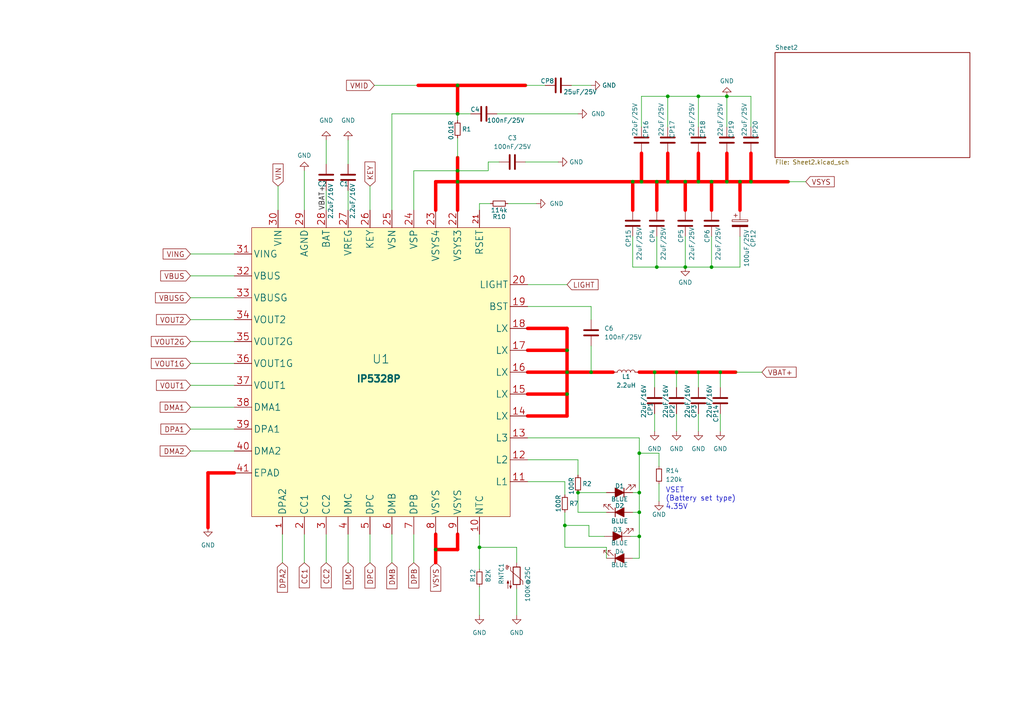
<source format=kicad_sch>
(kicad_sch (version 20211123) (generator eeschema)

  (uuid e63e39d7-6ac0-4ffd-8aa3-1841a4541b55)

  (paper "A4")

  (title_block
    (title "VIRPAR")
    (date "2022-05-31")
    (rev "V1.0")
    (company "SMART INDUSTRIES")
    (comment 1 "CEO")
  )

  (lib_symbols
    (symbol "CustomLibrary:IP5328P" (in_bom yes) (on_board yes)
      (property "Reference" "U" (id 0) (at 1.27 6.35 0)
        (effects (font (size 2.5 2.5)))
      )
      (property "Value" "IP5328P" (id 1) (at 2.54 -2.54 0)
        (effects (font (size 2 2) bold))
      )
      (property "Footprint" "" (id 2) (at 5.08 33.02 0)
        (effects (font (size 1.27 1.27)))
      )
      (property "Datasheet" "" (id 3) (at 5.08 33.02 0)
        (effects (font (size 1.27 1.27)) hide)
      )
      (symbol "IP5328P_0_1"
        (rectangle (start -36.83 46.99) (end 38.1 -36.83)
          (stroke (width 0) (type default) (color 0 0 0 0))
          (fill (type background))
        )
      )
      (symbol "IP5328P_1_1"
        (pin input line (at -27.94 -41.91 90) (length 5.08)
          (name "DPA2" (effects (font (size 2 2))))
          (number "1" (effects (font (size 1.5 1.5))))
        )
        (pin input line (at 29.21 -41.91 90) (length 5.08)
          (name "NTC" (effects (font (size 2 2))))
          (number "10" (effects (font (size 2 2))))
        )
        (pin input line (at 43.18 -26.67 180) (length 5.08)
          (name "L1" (effects (font (size 2 2))))
          (number "11" (effects (font (size 2 2))))
        )
        (pin input line (at 43.18 -20.32 180) (length 5.08)
          (name "L2" (effects (font (size 2 2))))
          (number "12" (effects (font (size 2 2))))
        )
        (pin input line (at 43.18 -13.97 180) (length 5.08)
          (name "L3" (effects (font (size 2 2))))
          (number "13" (effects (font (size 2 2))))
        )
        (pin input line (at 43.18 -7.62 180) (length 5.08)
          (name "LX" (effects (font (size 2 2))))
          (number "14" (effects (font (size 2 2))))
        )
        (pin input line (at 43.18 -1.27 180) (length 5.08)
          (name "LX" (effects (font (size 2 2))))
          (number "15" (effects (font (size 2 2))))
        )
        (pin input line (at 43.18 5.08 180) (length 5.08)
          (name "LX" (effects (font (size 2 2))))
          (number "16" (effects (font (size 2 2))))
        )
        (pin input line (at 43.18 11.43 180) (length 5.08)
          (name "LX" (effects (font (size 2 2))))
          (number "17" (effects (font (size 2 2))))
        )
        (pin input line (at 43.18 17.78 180) (length 5.08)
          (name "LX" (effects (font (size 2 2))))
          (number "18" (effects (font (size 2 2))))
        )
        (pin input line (at 43.18 24.13 180) (length 5.08)
          (name "BST" (effects (font (size 2 2))))
          (number "19" (effects (font (size 2 2))))
        )
        (pin input line (at -21.59 -41.91 90) (length 5.08)
          (name "CC1" (effects (font (size 2 2))))
          (number "2" (effects (font (size 2 2))))
        )
        (pin input line (at 43.18 30.48 180) (length 5.08)
          (name "LIGHT" (effects (font (size 2 2))))
          (number "20" (effects (font (size 2 2))))
        )
        (pin input line (at 29.21 52.07 270) (length 5.08)
          (name "RSET" (effects (font (size 2 2))))
          (number "21" (effects (font (size 1.5 1.5))))
        )
        (pin input line (at 22.86 52.07 270) (length 5.08)
          (name "VSYS3" (effects (font (size 2 2))))
          (number "22" (effects (font (size 2 2))))
        )
        (pin input line (at 16.51 52.07 270) (length 5.08)
          (name "VSYS4" (effects (font (size 2 2))))
          (number "23" (effects (font (size 2 2))))
        )
        (pin input line (at 10.16 52.07 270) (length 5.08)
          (name "VSP" (effects (font (size 2 2))))
          (number "24" (effects (font (size 2 2))))
        )
        (pin input line (at 3.81 52.07 270) (length 5.08)
          (name "VSN" (effects (font (size 2 2))))
          (number "25" (effects (font (size 2 2))))
        )
        (pin input line (at -2.54 52.07 270) (length 5.08)
          (name "KEY" (effects (font (size 2 2))))
          (number "26" (effects (font (size 2 2))))
        )
        (pin input line (at -8.89 52.07 270) (length 5.08)
          (name "VREG" (effects (font (size 2 2))))
          (number "27" (effects (font (size 2 2))))
        )
        (pin input line (at -15.24 52.07 270) (length 5.08)
          (name "BAT" (effects (font (size 2 2))))
          (number "28" (effects (font (size 2 2))))
        )
        (pin input line (at -21.59 52.07 270) (length 5.08)
          (name "AGND" (effects (font (size 2 2))))
          (number "29" (effects (font (size 2 2))))
        )
        (pin input line (at -15.24 -41.91 90) (length 5.08)
          (name "CC2" (effects (font (size 2 2))))
          (number "3" (effects (font (size 2 2))))
        )
        (pin input line (at -29.21 52.07 270) (length 5.08)
          (name "VIN" (effects (font (size 2 2))))
          (number "30" (effects (font (size 2 2))))
        )
        (pin input line (at -41.91 39.37 0) (length 5.08)
          (name "VING" (effects (font (size 2 2))))
          (number "31" (effects (font (size 2 2))))
        )
        (pin input line (at -41.91 33.02 0) (length 5.08)
          (name "VBUS" (effects (font (size 2 2))))
          (number "32" (effects (font (size 2 2))))
        )
        (pin input line (at -41.91 26.67 0) (length 5.08)
          (name "VBUSG" (effects (font (size 2 2))))
          (number "33" (effects (font (size 2 2))))
        )
        (pin output line (at -41.91 20.32 0) (length 5.08)
          (name "VOUT2" (effects (font (size 2 2))))
          (number "34" (effects (font (size 2 2))))
        )
        (pin output line (at -41.91 13.97 0) (length 5.08)
          (name "VOUT2G" (effects (font (size 2 2))))
          (number "35" (effects (font (size 2 2))))
        )
        (pin output line (at -41.91 7.62 0) (length 5.08)
          (name "VOUT1G" (effects (font (size 2 2))))
          (number "36" (effects (font (size 2 2))))
        )
        (pin output line (at -41.91 1.27 0) (length 5.08)
          (name "VOUT1" (effects (font (size 2 2))))
          (number "37" (effects (font (size 2 2))))
        )
        (pin input line (at -41.91 -5.08 0) (length 5.08)
          (name "DMA1" (effects (font (size 2 2))))
          (number "38" (effects (font (size 2 2))))
        )
        (pin input line (at -41.91 -11.43 0) (length 5.08)
          (name "DPA1" (effects (font (size 2 2))))
          (number "39" (effects (font (size 2 2))))
        )
        (pin input line (at -8.89 -41.91 90) (length 5.08)
          (name "DMC" (effects (font (size 2 2))))
          (number "4" (effects (font (size 2 2))))
        )
        (pin input line (at -41.91 -17.78 0) (length 5.08)
          (name "DMA2" (effects (font (size 2 2))))
          (number "40" (effects (font (size 2 2))))
        )
        (pin input line (at -41.91 -24.13 0) (length 5.08)
          (name "EPAD" (effects (font (size 2 2))))
          (number "41" (effects (font (size 2 2))))
        )
        (pin input line (at -2.54 -41.91 90) (length 5.08)
          (name "DPC" (effects (font (size 2 2))))
          (number "5" (effects (font (size 2 2))))
        )
        (pin input line (at 3.81 -41.91 90) (length 5.08)
          (name "DMB" (effects (font (size 2 2))))
          (number "6" (effects (font (size 2 2))))
        )
        (pin input line (at 10.16 -41.91 90) (length 5.08)
          (name "DPB" (effects (font (size 2 2))))
          (number "7" (effects (font (size 2 2))))
        )
        (pin input line (at 16.51 -41.91 90) (length 5.08)
          (name "VSYS" (effects (font (size 2 2))))
          (number "8" (effects (font (size 2 2))))
        )
        (pin input line (at 22.86 -41.91 90) (length 5.08)
          (name "VSYS" (effects (font (size 2 2))))
          (number "9" (effects (font (size 2 2))))
        )
      )
    )
    (symbol "Device:C" (pin_numbers hide) (pin_names (offset 0.254)) (in_bom yes) (on_board yes)
      (property "Reference" "C" (id 0) (at 0.635 2.54 0)
        (effects (font (size 1.27 1.27)) (justify left))
      )
      (property "Value" "C" (id 1) (at 0.635 -2.54 0)
        (effects (font (size 1.27 1.27)) (justify left))
      )
      (property "Footprint" "" (id 2) (at 0.9652 -3.81 0)
        (effects (font (size 1.27 1.27)) hide)
      )
      (property "Datasheet" "~" (id 3) (at 0 0 0)
        (effects (font (size 1.27 1.27)) hide)
      )
      (property "ki_keywords" "cap capacitor" (id 4) (at 0 0 0)
        (effects (font (size 1.27 1.27)) hide)
      )
      (property "ki_description" "Unpolarized capacitor" (id 5) (at 0 0 0)
        (effects (font (size 1.27 1.27)) hide)
      )
      (property "ki_fp_filters" "C_*" (id 6) (at 0 0 0)
        (effects (font (size 1.27 1.27)) hide)
      )
      (symbol "C_0_1"
        (polyline
          (pts
            (xy -2.032 -0.762)
            (xy 2.032 -0.762)
          )
          (stroke (width 0.508) (type default) (color 0 0 0 0))
          (fill (type none))
        )
        (polyline
          (pts
            (xy -2.032 0.762)
            (xy 2.032 0.762)
          )
          (stroke (width 0.508) (type default) (color 0 0 0 0))
          (fill (type none))
        )
      )
      (symbol "C_1_1"
        (pin passive line (at 0 3.81 270) (length 2.794)
          (name "~" (effects (font (size 1.27 1.27))))
          (number "1" (effects (font (size 1.27 1.27))))
        )
        (pin passive line (at 0 -3.81 90) (length 2.794)
          (name "~" (effects (font (size 1.27 1.27))))
          (number "2" (effects (font (size 1.27 1.27))))
        )
      )
    )
    (symbol "Device:C_Polarized" (pin_numbers hide) (pin_names (offset 0.254)) (in_bom yes) (on_board yes)
      (property "Reference" "C" (id 0) (at 0.635 2.54 0)
        (effects (font (size 1.27 1.27)) (justify left))
      )
      (property "Value" "C_Polarized" (id 1) (at 0.635 -2.54 0)
        (effects (font (size 1.27 1.27)) (justify left))
      )
      (property "Footprint" "" (id 2) (at 0.9652 -3.81 0)
        (effects (font (size 1.27 1.27)) hide)
      )
      (property "Datasheet" "~" (id 3) (at 0 0 0)
        (effects (font (size 1.27 1.27)) hide)
      )
      (property "ki_keywords" "cap capacitor" (id 4) (at 0 0 0)
        (effects (font (size 1.27 1.27)) hide)
      )
      (property "ki_description" "Polarized capacitor" (id 5) (at 0 0 0)
        (effects (font (size 1.27 1.27)) hide)
      )
      (property "ki_fp_filters" "CP_*" (id 6) (at 0 0 0)
        (effects (font (size 1.27 1.27)) hide)
      )
      (symbol "C_Polarized_0_1"
        (rectangle (start -2.286 0.508) (end 2.286 1.016)
          (stroke (width 0) (type default) (color 0 0 0 0))
          (fill (type none))
        )
        (polyline
          (pts
            (xy -1.778 2.286)
            (xy -0.762 2.286)
          )
          (stroke (width 0) (type default) (color 0 0 0 0))
          (fill (type none))
        )
        (polyline
          (pts
            (xy -1.27 2.794)
            (xy -1.27 1.778)
          )
          (stroke (width 0) (type default) (color 0 0 0 0))
          (fill (type none))
        )
        (rectangle (start 2.286 -0.508) (end -2.286 -1.016)
          (stroke (width 0) (type default) (color 0 0 0 0))
          (fill (type outline))
        )
      )
      (symbol "C_Polarized_1_1"
        (pin passive line (at 0 3.81 270) (length 2.794)
          (name "~" (effects (font (size 1.27 1.27))))
          (number "1" (effects (font (size 1.27 1.27))))
        )
        (pin passive line (at 0 -3.81 90) (length 2.794)
          (name "~" (effects (font (size 1.27 1.27))))
          (number "2" (effects (font (size 1.27 1.27))))
        )
      )
    )
    (symbol "Device:L" (pin_numbers hide) (pin_names (offset 1.016) hide) (in_bom yes) (on_board yes)
      (property "Reference" "L" (id 0) (at -1.27 0 90)
        (effects (font (size 1.27 1.27)))
      )
      (property "Value" "L" (id 1) (at 1.905 0 90)
        (effects (font (size 1.27 1.27)))
      )
      (property "Footprint" "" (id 2) (at 0 0 0)
        (effects (font (size 1.27 1.27)) hide)
      )
      (property "Datasheet" "~" (id 3) (at 0 0 0)
        (effects (font (size 1.27 1.27)) hide)
      )
      (property "ki_keywords" "inductor choke coil reactor magnetic" (id 4) (at 0 0 0)
        (effects (font (size 1.27 1.27)) hide)
      )
      (property "ki_description" "Inductor" (id 5) (at 0 0 0)
        (effects (font (size 1.27 1.27)) hide)
      )
      (property "ki_fp_filters" "Choke_* *Coil* Inductor_* L_*" (id 6) (at 0 0 0)
        (effects (font (size 1.27 1.27)) hide)
      )
      (symbol "L_0_1"
        (arc (start 0 -2.54) (mid 0.635 -1.905) (end 0 -1.27)
          (stroke (width 0) (type default) (color 0 0 0 0))
          (fill (type none))
        )
        (arc (start 0 -1.27) (mid 0.635 -0.635) (end 0 0)
          (stroke (width 0) (type default) (color 0 0 0 0))
          (fill (type none))
        )
        (arc (start 0 0) (mid 0.635 0.635) (end 0 1.27)
          (stroke (width 0) (type default) (color 0 0 0 0))
          (fill (type none))
        )
        (arc (start 0 1.27) (mid 0.635 1.905) (end 0 2.54)
          (stroke (width 0) (type default) (color 0 0 0 0))
          (fill (type none))
        )
      )
      (symbol "L_1_1"
        (pin passive line (at 0 3.81 270) (length 1.27)
          (name "1" (effects (font (size 1.27 1.27))))
          (number "1" (effects (font (size 1.27 1.27))))
        )
        (pin passive line (at 0 -3.81 90) (length 1.27)
          (name "2" (effects (font (size 1.27 1.27))))
          (number "2" (effects (font (size 1.27 1.27))))
        )
      )
    )
    (symbol "Device:LED_Filled" (pin_numbers hide) (pin_names (offset 1.016) hide) (in_bom yes) (on_board yes)
      (property "Reference" "D" (id 0) (at 0 2.54 0)
        (effects (font (size 1.27 1.27)))
      )
      (property "Value" "LED_Filled" (id 1) (at 0 -2.54 0)
        (effects (font (size 1.27 1.27)))
      )
      (property "Footprint" "" (id 2) (at 0 0 0)
        (effects (font (size 1.27 1.27)) hide)
      )
      (property "Datasheet" "~" (id 3) (at 0 0 0)
        (effects (font (size 1.27 1.27)) hide)
      )
      (property "ki_keywords" "LED diode" (id 4) (at 0 0 0)
        (effects (font (size 1.27 1.27)) hide)
      )
      (property "ki_description" "Light emitting diode, filled shape" (id 5) (at 0 0 0)
        (effects (font (size 1.27 1.27)) hide)
      )
      (property "ki_fp_filters" "LED* LED_SMD:* LED_THT:*" (id 6) (at 0 0 0)
        (effects (font (size 1.27 1.27)) hide)
      )
      (symbol "LED_Filled_0_1"
        (polyline
          (pts
            (xy -1.27 -1.27)
            (xy -1.27 1.27)
          )
          (stroke (width 0.254) (type default) (color 0 0 0 0))
          (fill (type none))
        )
        (polyline
          (pts
            (xy -1.27 0)
            (xy 1.27 0)
          )
          (stroke (width 0) (type default) (color 0 0 0 0))
          (fill (type none))
        )
        (polyline
          (pts
            (xy 1.27 -1.27)
            (xy 1.27 1.27)
            (xy -1.27 0)
            (xy 1.27 -1.27)
          )
          (stroke (width 0.254) (type default) (color 0 0 0 0))
          (fill (type outline))
        )
        (polyline
          (pts
            (xy -3.048 -0.762)
            (xy -4.572 -2.286)
            (xy -3.81 -2.286)
            (xy -4.572 -2.286)
            (xy -4.572 -1.524)
          )
          (stroke (width 0) (type default) (color 0 0 0 0))
          (fill (type none))
        )
        (polyline
          (pts
            (xy -1.778 -0.762)
            (xy -3.302 -2.286)
            (xy -2.54 -2.286)
            (xy -3.302 -2.286)
            (xy -3.302 -1.524)
          )
          (stroke (width 0) (type default) (color 0 0 0 0))
          (fill (type none))
        )
      )
      (symbol "LED_Filled_1_1"
        (pin passive line (at -3.81 0 0) (length 2.54)
          (name "K" (effects (font (size 1.27 1.27))))
          (number "1" (effects (font (size 1.27 1.27))))
        )
        (pin passive line (at 3.81 0 180) (length 2.54)
          (name "A" (effects (font (size 1.27 1.27))))
          (number "2" (effects (font (size 1.27 1.27))))
        )
      )
    )
    (symbol "Device:R_Small" (pin_numbers hide) (pin_names (offset 0.254) hide) (in_bom yes) (on_board yes)
      (property "Reference" "R" (id 0) (at 0.762 0.508 0)
        (effects (font (size 1.27 1.27)) (justify left))
      )
      (property "Value" "R_Small" (id 1) (at 0.762 -1.016 0)
        (effects (font (size 1.27 1.27)) (justify left))
      )
      (property "Footprint" "" (id 2) (at 0 0 0)
        (effects (font (size 1.27 1.27)) hide)
      )
      (property "Datasheet" "~" (id 3) (at 0 0 0)
        (effects (font (size 1.27 1.27)) hide)
      )
      (property "ki_keywords" "R resistor" (id 4) (at 0 0 0)
        (effects (font (size 1.27 1.27)) hide)
      )
      (property "ki_description" "Resistor, small symbol" (id 5) (at 0 0 0)
        (effects (font (size 1.27 1.27)) hide)
      )
      (property "ki_fp_filters" "R_*" (id 6) (at 0 0 0)
        (effects (font (size 1.27 1.27)) hide)
      )
      (symbol "R_Small_0_1"
        (rectangle (start -0.762 1.778) (end 0.762 -1.778)
          (stroke (width 0.2032) (type default) (color 0 0 0 0))
          (fill (type none))
        )
      )
      (symbol "R_Small_1_1"
        (pin passive line (at 0 2.54 270) (length 0.762)
          (name "~" (effects (font (size 1.27 1.27))))
          (number "1" (effects (font (size 1.27 1.27))))
        )
        (pin passive line (at 0 -2.54 90) (length 0.762)
          (name "~" (effects (font (size 1.27 1.27))))
          (number "2" (effects (font (size 1.27 1.27))))
        )
      )
    )
    (symbol "Device:Thermistor_NTC" (pin_numbers hide) (pin_names (offset 0)) (in_bom yes) (on_board yes)
      (property "Reference" "TH" (id 0) (at -4.445 0 90)
        (effects (font (size 1.27 1.27)))
      )
      (property "Value" "Thermistor_NTC" (id 1) (at 3.175 0 90)
        (effects (font (size 1.27 1.27)))
      )
      (property "Footprint" "" (id 2) (at 0 1.27 0)
        (effects (font (size 1.27 1.27)) hide)
      )
      (property "Datasheet" "~" (id 3) (at 0 1.27 0)
        (effects (font (size 1.27 1.27)) hide)
      )
      (property "ki_keywords" "thermistor NTC resistor sensor RTD" (id 4) (at 0 0 0)
        (effects (font (size 1.27 1.27)) hide)
      )
      (property "ki_description" "Temperature dependent resistor, negative temperature coefficient" (id 5) (at 0 0 0)
        (effects (font (size 1.27 1.27)) hide)
      )
      (property "ki_fp_filters" "*NTC* *Thermistor* PIN?ARRAY* bornier* *Terminal?Block* R_*" (id 6) (at 0 0 0)
        (effects (font (size 1.27 1.27)) hide)
      )
      (symbol "Thermistor_NTC_0_1"
        (arc (start -3.048 2.159) (mid -3.0495 2.3143) (end -3.175 2.413)
          (stroke (width 0) (type default) (color 0 0 0 0))
          (fill (type none))
        )
        (arc (start -3.048 2.159) (mid -2.9736 1.9794) (end -2.794 1.905)
          (stroke (width 0) (type default) (color 0 0 0 0))
          (fill (type none))
        )
        (arc (start -3.048 2.794) (mid -2.9736 2.6144) (end -2.794 2.54)
          (stroke (width 0) (type default) (color 0 0 0 0))
          (fill (type none))
        )
        (arc (start -2.794 1.905) (mid -2.6144 1.9794) (end -2.54 2.159)
          (stroke (width 0) (type default) (color 0 0 0 0))
          (fill (type none))
        )
        (arc (start -2.794 2.54) (mid -2.4393 2.5587) (end -2.159 2.794)
          (stroke (width 0) (type default) (color 0 0 0 0))
          (fill (type none))
        )
        (arc (start -2.794 3.048) (mid -2.9736 2.9736) (end -3.048 2.794)
          (stroke (width 0) (type default) (color 0 0 0 0))
          (fill (type none))
        )
        (arc (start -2.54 2.794) (mid -2.6144 2.9736) (end -2.794 3.048)
          (stroke (width 0) (type default) (color 0 0 0 0))
          (fill (type none))
        )
        (rectangle (start -1.016 2.54) (end 1.016 -2.54)
          (stroke (width 0.254) (type default) (color 0 0 0 0))
          (fill (type none))
        )
        (polyline
          (pts
            (xy -2.54 2.159)
            (xy -2.54 2.794)
          )
          (stroke (width 0) (type default) (color 0 0 0 0))
          (fill (type none))
        )
        (polyline
          (pts
            (xy -1.778 2.54)
            (xy -1.778 1.524)
            (xy 1.778 -1.524)
            (xy 1.778 -2.54)
          )
          (stroke (width 0) (type default) (color 0 0 0 0))
          (fill (type none))
        )
        (polyline
          (pts
            (xy -2.54 -3.683)
            (xy -2.54 -1.397)
            (xy -2.794 -2.159)
            (xy -2.286 -2.159)
            (xy -2.54 -1.397)
            (xy -2.54 -1.651)
          )
          (stroke (width 0) (type default) (color 0 0 0 0))
          (fill (type outline))
        )
        (polyline
          (pts
            (xy -1.778 -1.397)
            (xy -1.778 -3.683)
            (xy -2.032 -2.921)
            (xy -1.524 -2.921)
            (xy -1.778 -3.683)
            (xy -1.778 -3.429)
          )
          (stroke (width 0) (type default) (color 0 0 0 0))
          (fill (type outline))
        )
      )
      (symbol "Thermistor_NTC_1_1"
        (pin passive line (at 0 3.81 270) (length 1.27)
          (name "~" (effects (font (size 1.27 1.27))))
          (number "1" (effects (font (size 1.27 1.27))))
        )
        (pin passive line (at 0 -3.81 90) (length 1.27)
          (name "~" (effects (font (size 1.27 1.27))))
          (number "2" (effects (font (size 1.27 1.27))))
        )
      )
    )
    (symbol "power:GND" (power) (pin_names (offset 0)) (in_bom yes) (on_board yes)
      (property "Reference" "#PWR" (id 0) (at 0 -6.35 0)
        (effects (font (size 1.27 1.27)) hide)
      )
      (property "Value" "GND" (id 1) (at 0 -3.81 0)
        (effects (font (size 1.27 1.27)))
      )
      (property "Footprint" "" (id 2) (at 0 0 0)
        (effects (font (size 1.27 1.27)) hide)
      )
      (property "Datasheet" "" (id 3) (at 0 0 0)
        (effects (font (size 1.27 1.27)) hide)
      )
      (property "ki_keywords" "power-flag" (id 4) (at 0 0 0)
        (effects (font (size 1.27 1.27)) hide)
      )
      (property "ki_description" "Power symbol creates a global label with name \"GND\" , ground" (id 5) (at 0 0 0)
        (effects (font (size 1.27 1.27)) hide)
      )
      (symbol "GND_0_1"
        (polyline
          (pts
            (xy 0 0)
            (xy 0 -1.27)
            (xy 1.27 -1.27)
            (xy 0 -2.54)
            (xy -1.27 -1.27)
            (xy 0 -1.27)
          )
          (stroke (width 0) (type default) (color 0 0 0 0))
          (fill (type none))
        )
      )
      (symbol "GND_1_1"
        (pin power_in line (at 0 0 270) (length 0) hide
          (name "GND" (effects (font (size 1.27 1.27))))
          (number "1" (effects (font (size 1.27 1.27))))
        )
      )
    )
  )

  (junction (at 208.915 107.95) (diameter 0) (color 0 0 0 0)
    (uuid 036f501f-997d-45eb-a1a8-da60f16edcba)
  )
  (junction (at 193.675 27.94) (diameter 0) (color 0 0 0 0)
    (uuid 10edf471-dbdf-40f6-a282-fd036abf36f8)
  )
  (junction (at 164.465 114.3) (diameter 0) (color 0 0 0 0)
    (uuid 1148ea17-f72d-4027-878a-00d05297fe2d)
  )
  (junction (at 210.82 52.705) (diameter 0) (color 0 0 0 0)
    (uuid 16f7b724-5045-47ce-ab6e-53d36cc4a1f0)
  )
  (junction (at 163.83 152.4) (diameter 0) (color 0 0 0 0)
    (uuid 1833ce43-91e6-453a-9512-6762c6d33158)
  )
  (junction (at 183.515 52.705) (diameter 0) (color 0 0 0 0)
    (uuid 1ddce964-797e-4f98-9cdf-cd465f99b8ef)
  )
  (junction (at 164.465 101.6) (diameter 0) (color 0 0 0 0)
    (uuid 233ea15c-2240-408e-b005-2a528a561f86)
  )
  (junction (at 206.375 77.47) (diameter 0) (color 0 0 0 0)
    (uuid 23e89f08-206d-4cba-a675-1d7a62febd17)
  )
  (junction (at 202.565 27.94) (diameter 0) (color 0 0 0 0)
    (uuid 292eb36b-d681-40a3-acc4-993f9adde6c8)
  )
  (junction (at 164.465 107.95) (diameter 0) (color 0 0 0 0)
    (uuid 29e0402b-99fb-4a26-88f9-41f2a7ee77eb)
  )
  (junction (at 167.64 142.875) (diameter 0) (color 0 0 0 0)
    (uuid 3917ac5a-d560-4c04-9d4f-d9314c974600)
  )
  (junction (at 185.42 142.875) (diameter 0) (color 0 0 0 0)
    (uuid 4b7912f5-2214-4673-aabd-e28bde389d81)
  )
  (junction (at 132.715 49.53) (diameter 0) (color 0 0 0 0)
    (uuid 60f35160-2606-4c78-9206-947bd01f768f)
  )
  (junction (at 198.755 77.47) (diameter 0) (color 0 0 0 0)
    (uuid 6457f359-8b19-4e69-b208-dd8d73d026e3)
  )
  (junction (at 185.42 155.575) (diameter 0) (color 0 0 0 0)
    (uuid 67ced3e9-491b-4ece-a00b-3dec6367c19d)
  )
  (junction (at 186.055 52.705) (diameter 0) (color 0 0 0 0)
    (uuid 684a45fe-3e59-4801-b4e1-2d30f9bf97b6)
  )
  (junction (at 202.565 107.95) (diameter 0) (color 0 0 0 0)
    (uuid 6ab64ab3-d0ff-426d-a125-a39cd0706f3a)
  )
  (junction (at 189.865 107.95) (diameter 0) (color 0 0 0 0)
    (uuid 6c363710-ca68-4a70-abe1-43777f916d09)
  )
  (junction (at 185.42 131.445) (diameter 0) (color 0 0 0 0)
    (uuid 6cce078f-24aa-4cae-ae73-dbff30c254d1)
  )
  (junction (at 132.715 33.02) (diameter 0) (color 0 0 0 0)
    (uuid 7b4f7a1c-e1c4-4504-a0c2-c200ef948129)
  )
  (junction (at 126.365 159.385) (diameter 0) (color 0 0 0 0)
    (uuid 7c817a81-6caf-470e-9a79-8df6e07cc314)
  )
  (junction (at 198.755 52.705) (diameter 0) (color 0 0 0 0)
    (uuid 8abcbc46-89d6-423e-bdc3-a9c365ed6a13)
  )
  (junction (at 202.565 52.705) (diameter 0) (color 0 0 0 0)
    (uuid 97086506-8470-4441-be5e-99fb89f76ed2)
  )
  (junction (at 171.45 107.95) (diameter 0) (color 0 0 0 0)
    (uuid a8df98bf-e2fc-40f2-9d08-e5f6bf06c3c0)
  )
  (junction (at 185.42 148.59) (diameter 0) (color 0 0 0 0)
    (uuid b42a4026-06cc-49ce-88c3-d92da174dde0)
  )
  (junction (at 210.82 27.94) (diameter 0) (color 0 0 0 0)
    (uuid c98d774a-e1e0-4542-8a32-129e72d68d57)
  )
  (junction (at 217.805 52.705) (diameter 0) (color 0 0 0 0)
    (uuid ca3635a5-ad48-42cd-bbbc-194edc99e674)
  )
  (junction (at 196.215 107.95) (diameter 0) (color 0 0 0 0)
    (uuid cef4a470-7e5b-4b53-8a66-8ebf458c4945)
  )
  (junction (at 132.715 24.765) (diameter 0) (color 0 0 0 0)
    (uuid d04624db-4274-48d8-a57d-8397954ee16b)
  )
  (junction (at 214.63 52.705) (diameter 0) (color 0 0 0 0)
    (uuid d4681740-c233-46d6-a89c-33e10b851dff)
  )
  (junction (at 206.375 52.705) (diameter 0) (color 0 0 0 0)
    (uuid d73a3956-b73e-4a85-adfa-177fe8a4b657)
  )
  (junction (at 190.5 52.705) (diameter 0) (color 0 0 0 0)
    (uuid e37a7b4c-03e0-4e3e-88ef-0bd29985f51f)
  )
  (junction (at 139.065 158.75) (diameter 0) (color 0 0 0 0)
    (uuid eeb2c1a1-f2b9-4ce7-b475-7b65c4fee732)
  )
  (junction (at 193.675 52.705) (diameter 0) (color 0 0 0 0)
    (uuid ef3792a4-7f43-41b4-8e5f-c6ff425fa5e0)
  )
  (junction (at 190.5 77.47) (diameter 0) (color 0 0 0 0)
    (uuid f1f5e1f7-f363-4b99-8d91-74a68c567c8e)
  )
  (junction (at 132.715 52.705) (diameter 0) (color 0 0 0 0)
    (uuid f5676237-76b4-4b5d-9aed-22ab18b414cb)
  )

  (wire (pts (xy 126.365 159.385) (xy 126.365 163.195))
    (stroke (width 1) (type default) (color 255 0 0 1))
    (uuid 00a6067e-be54-492d-82a1-f7e7a752bb8b)
  )
  (wire (pts (xy 107.315 154.94) (xy 107.315 163.195))
    (stroke (width 0) (type default) (color 0 0 0 0))
    (uuid 013b3169-07bb-4bba-ada1-390766df98dd)
  )
  (wire (pts (xy 164.465 101.6) (xy 164.465 107.95))
    (stroke (width 1) (type default) (color 255 0 0 1))
    (uuid 02587690-8967-439b-b583-fb39f78f163f)
  )
  (wire (pts (xy 185.42 107.95) (xy 189.865 107.95))
    (stroke (width 1) (type default) (color 255 0 0 1))
    (uuid 04770646-df03-40c3-b753-4a093fb74957)
  )
  (wire (pts (xy 185.42 148.59) (xy 183.515 148.59))
    (stroke (width 0) (type default) (color 0 0 0 0))
    (uuid 058067bb-8af7-4486-a2ac-1f34efef8c15)
  )
  (wire (pts (xy 163.83 148.59) (xy 163.83 152.4))
    (stroke (width 0) (type default) (color 0 0 0 0))
    (uuid 07b8983c-c685-48d0-aa06-723c030fa593)
  )
  (wire (pts (xy 206.375 52.705) (xy 210.82 52.705))
    (stroke (width 1) (type default) (color 255 0 0 1))
    (uuid 08bb19cb-37f8-4882-a01f-75b18cb3de61)
  )
  (wire (pts (xy 163.83 158.75) (xy 175.895 158.75))
    (stroke (width 0) (type default) (color 0 0 0 0))
    (uuid 0b0b237f-d2af-4c80-ab0d-037b9d0373a4)
  )
  (wire (pts (xy 100.965 154.94) (xy 100.965 163.195))
    (stroke (width 0) (type default) (color 0 0 0 0))
    (uuid 0b94a637-199a-4494-9fd2-c8e8caaef8d5)
  )
  (wire (pts (xy 183.515 77.47) (xy 183.515 68.58))
    (stroke (width 0) (type default) (color 0 0 0 0))
    (uuid 0beff049-bd85-4eac-a2ca-0b35eed27d24)
  )
  (wire (pts (xy 139.065 59.055) (xy 142.24 59.055))
    (stroke (width 0) (type default) (color 0 0 0 0))
    (uuid 0c2f7ab8-b16b-44e6-ba27-fea826ded0da)
  )
  (wire (pts (xy 210.82 52.705) (xy 214.63 52.705))
    (stroke (width 1) (type default) (color 255 0 0 1))
    (uuid 0ccf144a-c993-408a-aac9-21b3753f48dd)
  )
  (wire (pts (xy 185.42 155.575) (xy 185.42 161.925))
    (stroke (width 0) (type default) (color 0 0 0 0))
    (uuid 12cc4951-dbe7-4b39-9b77-4e97f169fa48)
  )
  (wire (pts (xy 141.605 46.99) (xy 141.605 49.53))
    (stroke (width 0) (type default) (color 0 0 0 0))
    (uuid 13f668c9-d418-463b-96c8-5b981db2320d)
  )
  (wire (pts (xy 189.865 107.95) (xy 189.865 112.395))
    (stroke (width 0) (type default) (color 0 0 0 0))
    (uuid 1c98697c-e9d6-4734-9b8b-a2b697e90247)
  )
  (wire (pts (xy 55.245 99.06) (xy 67.945 99.06))
    (stroke (width 0) (type default) (color 0 0 0 0))
    (uuid 1d694e82-c0d6-47e2-adab-1573f99aa9c8)
  )
  (wire (pts (xy 198.755 52.705) (xy 198.755 60.96))
    (stroke (width 1) (type default) (color 255 0 0 1))
    (uuid 1da276f4-00ff-4ba6-8724-df1b9c5f09b0)
  )
  (wire (pts (xy 55.245 86.36) (xy 67.945 86.36))
    (stroke (width 0) (type default) (color 0 0 0 0))
    (uuid 1e24d69a-d480-4335-a9f2-da0793ca1178)
  )
  (wire (pts (xy 132.715 24.765) (xy 152.4 24.765))
    (stroke (width 1) (type default) (color 255 0 0 1))
    (uuid 2014f493-7c21-453d-bb61-dceedb8114da)
  )
  (wire (pts (xy 113.665 33.02) (xy 113.665 60.96))
    (stroke (width 0) (type default) (color 0 0 0 0))
    (uuid 21c94f2a-9bd5-4828-b425-832a8a05f0a2)
  )
  (wire (pts (xy 80.645 53.975) (xy 80.645 60.96))
    (stroke (width 0) (type default) (color 0 0 0 0))
    (uuid 23f4a1f0-51b6-4798-a4f1-695eabfa79e0)
  )
  (wire (pts (xy 55.245 130.81) (xy 67.945 130.81))
    (stroke (width 0) (type default) (color 0 0 0 0))
    (uuid 23fd8581-44df-4392-b5a3-7c269365ca7c)
  )
  (wire (pts (xy 217.805 52.705) (xy 217.805 44.45))
    (stroke (width 1) (type default) (color 255 0 0 1))
    (uuid 2b7eef0b-6991-4252-833d-ab01ee5f2072)
  )
  (wire (pts (xy 196.215 107.95) (xy 196.215 112.395))
    (stroke (width 0) (type default) (color 0 0 0 0))
    (uuid 2d30c262-f353-4576-8b63-7f3a0a702b7a)
  )
  (wire (pts (xy 198.755 77.47) (xy 206.375 77.47))
    (stroke (width 0) (type default) (color 0 0 0 0))
    (uuid 2df1018b-f612-449d-a1d5-4328fd326e9b)
  )
  (wire (pts (xy 55.245 73.66) (xy 67.945 73.66))
    (stroke (width 0) (type default) (color 0 0 0 0))
    (uuid 2fc2223e-0bbb-46d4-be1b-f88ee718b7b9)
  )
  (wire (pts (xy 202.565 27.94) (xy 210.82 27.94))
    (stroke (width 0) (type default) (color 0 0 0 0))
    (uuid 338d4c33-91a8-488f-b156-d9bb9849acfa)
  )
  (wire (pts (xy 167.64 133.35) (xy 167.64 137.795))
    (stroke (width 0) (type default) (color 0 0 0 0))
    (uuid 3570c011-cab7-4c28-8403-22c21d5b580e)
  )
  (wire (pts (xy 120.015 49.53) (xy 120.015 60.96))
    (stroke (width 0) (type default) (color 0 0 0 0))
    (uuid 3617bff2-6f1d-46e6-b2ee-199016763539)
  )
  (wire (pts (xy 183.515 142.875) (xy 185.42 142.875))
    (stroke (width 0) (type default) (color 0 0 0 0))
    (uuid 37eb1658-4e3c-46e5-9cb2-2bb6511d0911)
  )
  (wire (pts (xy 214.63 52.705) (xy 214.63 60.96))
    (stroke (width 1) (type default) (color 255 0 0 1))
    (uuid 384197d8-5de4-4bd0-913f-1ee973b256cb)
  )
  (wire (pts (xy 113.665 154.94) (xy 113.665 163.195))
    (stroke (width 0) (type default) (color 0 0 0 0))
    (uuid 3d036494-fa6b-4b41-94a8-13fc689b7c3c)
  )
  (wire (pts (xy 185.42 155.575) (xy 182.88 155.575))
    (stroke (width 0) (type default) (color 0 0 0 0))
    (uuid 42bfa964-5901-421c-8e03-2a6cb57cd640)
  )
  (wire (pts (xy 55.245 80.01) (xy 67.945 80.01))
    (stroke (width 0) (type default) (color 0 0 0 0))
    (uuid 443e420d-46ba-4ca5-a478-b3e4f28a762f)
  )
  (wire (pts (xy 94.615 154.94) (xy 94.615 163.195))
    (stroke (width 0) (type default) (color 0 0 0 0))
    (uuid 469ae5e9-d617-4894-a4ca-9b87a5bf44b4)
  )
  (wire (pts (xy 202.565 36.83) (xy 202.565 27.94))
    (stroke (width 0) (type default) (color 0 0 0 0))
    (uuid 46cc85dc-332e-4945-acb6-64750f4f13de)
  )
  (wire (pts (xy 189.865 120.015) (xy 189.865 125.095))
    (stroke (width 0) (type default) (color 0 0 0 0))
    (uuid 4b940456-b193-4745-841e-c2d331ad5dea)
  )
  (wire (pts (xy 81.915 154.94) (xy 81.915 163.195))
    (stroke (width 0) (type default) (color 0 0 0 0))
    (uuid 4bc0b446-3c75-47e5-b3fc-10f33b8647c8)
  )
  (wire (pts (xy 186.055 52.705) (xy 190.5 52.705))
    (stroke (width 1) (type default) (color 255 0 0 1))
    (uuid 4c773eae-4a5c-4e2d-a7ab-de61e5e0a62e)
  )
  (wire (pts (xy 88.265 154.94) (xy 88.265 163.195))
    (stroke (width 0) (type default) (color 0 0 0 0))
    (uuid 4dd53650-ae85-46a0-aff1-db0553e25198)
  )
  (wire (pts (xy 88.265 49.53) (xy 88.265 60.96))
    (stroke (width 0) (type default) (color 0 0 0 0))
    (uuid 4e45ad8f-d5e2-48a6-aca5-c97d68380184)
  )
  (wire (pts (xy 163.83 139.7) (xy 163.83 143.51))
    (stroke (width 0) (type default) (color 0 0 0 0))
    (uuid 4f8e3b65-9849-4ff3-b5b6-86f936c7a354)
  )
  (wire (pts (xy 163.83 152.4) (xy 163.83 158.75))
    (stroke (width 0) (type default) (color 0 0 0 0))
    (uuid 5368e001-50e6-4e97-9556-3c032cb6c35a)
  )
  (wire (pts (xy 163.83 152.4) (xy 170.815 152.4))
    (stroke (width 0) (type default) (color 0 0 0 0))
    (uuid 5478486c-f912-4ef8-84f4-564dd8f03b79)
  )
  (wire (pts (xy 196.215 120.015) (xy 196.215 125.095))
    (stroke (width 0) (type default) (color 0 0 0 0))
    (uuid 54e3490d-4cb4-48b0-b9bf-d9a63068e15d)
  )
  (wire (pts (xy 132.715 49.53) (xy 141.605 49.53))
    (stroke (width 0) (type default) (color 0 0 0 0))
    (uuid 55239abb-9d4e-4d99-832d-cf1400c6c4cb)
  )
  (wire (pts (xy 113.665 33.02) (xy 132.715 33.02))
    (stroke (width 0) (type default) (color 0 0 0 0))
    (uuid 559a4b2e-8d49-426b-ac38-e6c2be52476b)
  )
  (wire (pts (xy 190.5 68.58) (xy 190.5 77.47))
    (stroke (width 0) (type default) (color 0 0 0 0))
    (uuid 56af9881-a4d5-4dc6-9be4-623d0d47e050)
  )
  (wire (pts (xy 132.715 33.02) (xy 132.715 34.925))
    (stroke (width 0) (type default) (color 0 0 0 0))
    (uuid 56d44ab6-e63b-4d23-aed5-745875aff1b8)
  )
  (wire (pts (xy 171.45 100.33) (xy 171.45 107.95))
    (stroke (width 0) (type default) (color 0 0 0 0))
    (uuid 57ab7468-8240-407e-98db-1bcbdf151591)
  )
  (wire (pts (xy 202.565 52.705) (xy 198.755 52.705))
    (stroke (width 1) (type default) (color 255 0 0 1))
    (uuid 57c9868f-35b0-40ec-b0ac-2753c31612b3)
  )
  (wire (pts (xy 55.245 124.46) (xy 67.945 124.46))
    (stroke (width 0) (type default) (color 0 0 0 0))
    (uuid 589adfdf-a33a-4e2b-8bc4-da989de4d469)
  )
  (wire (pts (xy 185.42 127) (xy 185.42 131.445))
    (stroke (width 0) (type default) (color 0 0 0 0))
    (uuid 5a4e7e43-4232-42d0-802c-dc421dff4745)
  )
  (wire (pts (xy 108.585 24.765) (xy 121.285 24.765))
    (stroke (width 0) (type default) (color 0 0 0 0))
    (uuid 5b87945d-ef6b-4d4c-a573-20d907437e4c)
  )
  (wire (pts (xy 120.015 154.94) (xy 120.015 163.195))
    (stroke (width 0) (type default) (color 0 0 0 0))
    (uuid 5bd822d8-4bea-422e-88a2-e0d12920957c)
  )
  (wire (pts (xy 126.365 52.705) (xy 132.715 52.705))
    (stroke (width 1) (type default) (color 255 0 0 1))
    (uuid 5d7dbf92-c913-4154-831a-75d26a12f4db)
  )
  (wire (pts (xy 152.4 46.99) (xy 161.925 46.99))
    (stroke (width 0) (type default) (color 0 0 0 0))
    (uuid 5dc73bc8-735b-465f-8cab-da1e9b4ea918)
  )
  (wire (pts (xy 202.565 107.95) (xy 202.565 112.395))
    (stroke (width 0) (type default) (color 0 0 0 0))
    (uuid 5e176dbd-584a-42c4-8b8b-7ea982b31fb0)
  )
  (wire (pts (xy 132.715 52.705) (xy 132.715 60.96))
    (stroke (width 1) (type default) (color 255 0 0 1))
    (uuid 5fde0f85-e687-48f5-952c-94ece5f59eba)
  )
  (wire (pts (xy 193.675 52.705) (xy 190.5 52.705))
    (stroke (width 1) (type default) (color 255 0 0 1))
    (uuid 637744d9-6026-41d3-a901-f67fac0fd428)
  )
  (wire (pts (xy 139.065 154.94) (xy 139.065 158.75))
    (stroke (width 0) (type default) (color 0 0 0 0))
    (uuid 64e7534c-3f6f-48d7-a40f-726b9661d2eb)
  )
  (wire (pts (xy 193.675 52.705) (xy 198.755 52.705))
    (stroke (width 1) (type default) (color 255 0 0 1))
    (uuid 653f89b2-3b67-4d4c-b0e3-3c39e518d259)
  )
  (wire (pts (xy 198.755 68.58) (xy 198.755 77.47))
    (stroke (width 0) (type default) (color 0 0 0 0))
    (uuid 65a368a7-c6dc-4033-982d-13b9fd5ccd52)
  )
  (wire (pts (xy 153.035 127) (xy 185.42 127))
    (stroke (width 0) (type default) (color 0 0 0 0))
    (uuid 6729d320-715b-44dd-8837-c444b9734d13)
  )
  (wire (pts (xy 153.035 82.55) (xy 164.465 82.55))
    (stroke (width 0) (type default) (color 0 0 0 0))
    (uuid 69d54609-4fc9-4415-ba9e-76d1efa198ee)
  )
  (wire (pts (xy 171.45 107.95) (xy 177.8 107.95))
    (stroke (width 1) (type default) (color 255 0 0 1))
    (uuid 6ab7b903-e137-4890-b975-2a53c2fb0379)
  )
  (wire (pts (xy 126.365 52.705) (xy 126.365 60.96))
    (stroke (width 1) (type default) (color 255 0 0 1))
    (uuid 6c884487-ba7a-4a24-b123-059819083f17)
  )
  (wire (pts (xy 144.145 33.02) (xy 167.64 33.02))
    (stroke (width 0) (type default) (color 0 0 0 0))
    (uuid 6ca0ab30-0292-41e9-a4ef-290b02c1666b)
  )
  (wire (pts (xy 55.245 118.11) (xy 67.945 118.11))
    (stroke (width 0) (type default) (color 0 0 0 0))
    (uuid 6ed0537b-58b7-421a-8dc9-612292e1f4db)
  )
  (wire (pts (xy 185.42 148.59) (xy 185.42 155.575))
    (stroke (width 0) (type default) (color 0 0 0 0))
    (uuid 70ac651f-8351-465c-811f-6b3cdbc36be6)
  )
  (wire (pts (xy 206.375 52.705) (xy 206.375 60.96))
    (stroke (width 1) (type default) (color 255 0 0 1))
    (uuid 744561f1-5e7e-455f-8e7b-fd41471d4667)
  )
  (wire (pts (xy 139.065 170.18) (xy 139.065 178.435))
    (stroke (width 0) (type default) (color 0 0 0 0))
    (uuid 74eb9379-453e-49e4-af4b-d098f0ea494e)
  )
  (wire (pts (xy 147.32 59.055) (xy 155.575 59.055))
    (stroke (width 0) (type default) (color 0 0 0 0))
    (uuid 77eb9852-8d7b-44f6-ba52-675885d5fc5e)
  )
  (wire (pts (xy 164.465 107.95) (xy 171.45 107.95))
    (stroke (width 1) (type default) (color 255 0 0 1))
    (uuid 795bcd9a-ebf8-49ac-9a07-f20188211dde)
  )
  (wire (pts (xy 214.63 68.58) (xy 214.63 77.47))
    (stroke (width 0) (type default) (color 0 0 0 0))
    (uuid 7b835e91-4abf-4a34-8ae4-53b99789ac04)
  )
  (wire (pts (xy 202.565 107.95) (xy 208.915 107.95))
    (stroke (width 1) (type default) (color 255 0 0 1))
    (uuid 7cf15dc3-3b0a-49d8-a452-cfe7d09e147e)
  )
  (wire (pts (xy 132.715 52.705) (xy 183.515 52.705))
    (stroke (width 1) (type default) (color 255 0 0 1))
    (uuid 7f129df0-8dc5-48c0-8aef-1e794fdf1fb7)
  )
  (wire (pts (xy 186.055 36.83) (xy 186.055 27.94))
    (stroke (width 0) (type default) (color 0 0 0 0))
    (uuid 7f29099e-faa9-4857-9453-e0b1e58d6eb2)
  )
  (wire (pts (xy 149.86 163.195) (xy 149.86 158.75))
    (stroke (width 0) (type default) (color 0 0 0 0))
    (uuid 82e46aaf-83ab-41f0-9b19-1ae316bd78e9)
  )
  (wire (pts (xy 107.315 53.975) (xy 107.315 60.96))
    (stroke (width 0) (type default) (color 0 0 0 0))
    (uuid 84637bd5-a95c-4715-a977-ccf4ca3d93d8)
  )
  (wire (pts (xy 210.82 36.83) (xy 210.82 27.94))
    (stroke (width 0) (type default) (color 0 0 0 0))
    (uuid 84dc306c-cd54-4d2f-b720-7af71630ae21)
  )
  (wire (pts (xy 153.035 101.6) (xy 164.465 101.6))
    (stroke (width 1) (type default) (color 255 0 0 1))
    (uuid 85a9aa21-4018-4580-9eb8-4204acd15bb0)
  )
  (wire (pts (xy 196.215 107.95) (xy 202.565 107.95))
    (stroke (width 1) (type default) (color 255 0 0 1))
    (uuid 86a38879-576b-483c-9a18-1c55a263ad95)
  )
  (wire (pts (xy 167.64 142.875) (xy 167.64 148.59))
    (stroke (width 0) (type default) (color 0 0 0 0))
    (uuid 87d29586-99a9-48d0-9996-1f5957fa0fe7)
  )
  (wire (pts (xy 208.915 107.95) (xy 213.36 107.95))
    (stroke (width 1) (type default) (color 255 0 0 1))
    (uuid 88d8994c-81eb-49c7-80e9-ea1a8b246dab)
  )
  (wire (pts (xy 183.515 52.705) (xy 186.055 52.705))
    (stroke (width 1) (type default) (color 255 0 0 1))
    (uuid 89079b0a-b5d2-4daa-85e9-10f3e6302428)
  )
  (wire (pts (xy 185.42 131.445) (xy 185.42 142.875))
    (stroke (width 0) (type default) (color 0 0 0 0))
    (uuid 8ac5a477-74b5-49ec-ad10-bea3a70100bf)
  )
  (wire (pts (xy 208.915 107.95) (xy 208.915 112.395))
    (stroke (width 0) (type default) (color 0 0 0 0))
    (uuid 8c8ad460-371a-474b-8ec6-0d055a391b23)
  )
  (wire (pts (xy 190.5 77.47) (xy 183.515 77.47))
    (stroke (width 0) (type default) (color 0 0 0 0))
    (uuid 8d5e266f-d315-4719-998a-4b1fde81c38e)
  )
  (wire (pts (xy 217.805 52.705) (xy 228.6 52.705))
    (stroke (width 1) (type default) (color 255 0 0 1))
    (uuid 8e1ec066-0265-49b1-b3e6-7015738403ed)
  )
  (wire (pts (xy 132.715 45.72) (xy 132.715 49.53))
    (stroke (width 1) (type default) (color 255 0 0 1))
    (uuid 8f3be30d-d015-4ac0-bb62-9aedad919479)
  )
  (wire (pts (xy 167.64 142.875) (xy 175.895 142.875))
    (stroke (width 0) (type default) (color 0 0 0 0))
    (uuid 9194fc06-a93f-4956-9cbe-d32e5efd4b67)
  )
  (wire (pts (xy 132.715 154.94) (xy 132.715 159.385))
    (stroke (width 1) (type default) (color 255 0 0 1))
    (uuid 9375a911-5681-4cf5-a1e8-c475f890336f)
  )
  (wire (pts (xy 186.055 52.705) (xy 186.055 44.45))
    (stroke (width 1) (type default) (color 255 0 0 1))
    (uuid 9c07a9df-8514-4200-b62d-42d1f07dadbc)
  )
  (wire (pts (xy 210.82 27.94) (xy 217.805 27.94))
    (stroke (width 0) (type default) (color 0 0 0 0))
    (uuid 9eb40178-9a8e-4691-af63-b8d52e88f113)
  )
  (wire (pts (xy 132.715 24.765) (xy 132.715 33.02))
    (stroke (width 1) (type default) (color 255 0 0 1))
    (uuid 9fc30224-7d4b-4594-b77b-9309118831b4)
  )
  (wire (pts (xy 126.365 154.94) (xy 126.365 159.385))
    (stroke (width 1) (type default) (color 255 0 0 1))
    (uuid a2a2400a-f26c-49c7-8cbe-b7c2c642dac6)
  )
  (wire (pts (xy 175.895 158.75) (xy 175.895 161.925))
    (stroke (width 0) (type default) (color 0 0 0 0))
    (uuid a35b2e2b-7874-414b-b3cf-c717efbd884e)
  )
  (wire (pts (xy 153.035 139.7) (xy 163.83 139.7))
    (stroke (width 0) (type default) (color 0 0 0 0))
    (uuid a5461cca-7891-4601-a88f-b18470eceb55)
  )
  (wire (pts (xy 189.865 107.95) (xy 196.215 107.95))
    (stroke (width 1) (type default) (color 255 0 0 1))
    (uuid a689c11d-2430-4233-a27a-be8ecb0b27ff)
  )
  (wire (pts (xy 139.065 158.75) (xy 139.065 165.1))
    (stroke (width 0) (type default) (color 0 0 0 0))
    (uuid a694db6e-4a99-4527-b697-269f70e10ea3)
  )
  (wire (pts (xy 55.245 111.76) (xy 67.945 111.76))
    (stroke (width 0) (type default) (color 0 0 0 0))
    (uuid a6b29a2c-87ea-46a7-90ae-8ad3259626d3)
  )
  (wire (pts (xy 149.86 158.75) (xy 139.065 158.75))
    (stroke (width 0) (type default) (color 0 0 0 0))
    (uuid a78f6b00-499c-41d4-85e3-05179837781c)
  )
  (wire (pts (xy 55.245 105.41) (xy 67.945 105.41))
    (stroke (width 0) (type default) (color 0 0 0 0))
    (uuid aa8b4897-6406-424f-a754-94c506224522)
  )
  (wire (pts (xy 213.36 107.95) (xy 220.98 107.95))
    (stroke (width 0) (type default) (color 0 0 0 0))
    (uuid af766cc9-2e94-4369-ada4-15c94c60b2d6)
  )
  (wire (pts (xy 121.285 24.765) (xy 132.715 24.765))
    (stroke (width 1) (type default) (color 255 0 0 1))
    (uuid b2173fca-96cf-41f1-9dc8-847753b34e85)
  )
  (wire (pts (xy 191.135 140.335) (xy 191.135 145.415))
    (stroke (width 0) (type default) (color 0 0 0 0))
    (uuid b351c1f6-f9b1-4130-9697-9bb8150f359a)
  )
  (wire (pts (xy 208.915 120.015) (xy 208.915 125.095))
    (stroke (width 0) (type default) (color 0 0 0 0))
    (uuid b556b379-6eb7-4574-8512-5bcb0a7f2b8d)
  )
  (wire (pts (xy 165.735 24.765) (xy 171.45 24.765))
    (stroke (width 0) (type default) (color 0 0 0 0))
    (uuid b6ec9572-3e2e-4b88-8814-d7ff1accb894)
  )
  (wire (pts (xy 191.135 131.445) (xy 191.135 135.255))
    (stroke (width 0) (type default) (color 0 0 0 0))
    (uuid b85a60b7-cca3-41ae-9d0f-c63bd78e9e22)
  )
  (wire (pts (xy 185.42 131.445) (xy 191.135 131.445))
    (stroke (width 0) (type default) (color 0 0 0 0))
    (uuid bae9dbe1-3d20-414d-b1dc-784c4da5f102)
  )
  (wire (pts (xy 167.64 148.59) (xy 175.895 148.59))
    (stroke (width 0) (type default) (color 0 0 0 0))
    (uuid bb2af825-0c11-4e40-b400-07f5375ef6f1)
  )
  (wire (pts (xy 164.465 95.25) (xy 164.465 101.6))
    (stroke (width 1) (type default) (color 255 0 0 1))
    (uuid bd0ab3e2-af74-4a96-ab58-e84257e46271)
  )
  (wire (pts (xy 186.055 27.94) (xy 193.675 27.94))
    (stroke (width 0) (type default) (color 0 0 0 0))
    (uuid be57deab-8751-4d9b-a7f1-5ea6006a2690)
  )
  (wire (pts (xy 206.375 77.47) (xy 214.63 77.47))
    (stroke (width 0) (type default) (color 0 0 0 0))
    (uuid beb60b0a-17ea-444c-a7f8-2046d9122123)
  )
  (wire (pts (xy 153.035 114.3) (xy 164.465 114.3))
    (stroke (width 1) (type default) (color 255 0 0 1))
    (uuid c010f62a-c7f8-416f-a904-641a11211732)
  )
  (wire (pts (xy 153.035 107.95) (xy 164.465 107.95))
    (stroke (width 1) (type default) (color 255 0 0 1))
    (uuid c02c2e6f-5f64-4e7d-9784-2a81d008a652)
  )
  (wire (pts (xy 144.78 46.99) (xy 141.605 46.99))
    (stroke (width 0) (type default) (color 0 0 0 0))
    (uuid c3b10306-ffea-4360-a540-14b7f64a3a06)
  )
  (wire (pts (xy 153.035 88.9) (xy 171.45 88.9))
    (stroke (width 0) (type default) (color 0 0 0 0))
    (uuid c50dbff5-edd7-416b-a64a-16443a33b619)
  )
  (wire (pts (xy 217.805 27.94) (xy 217.805 36.83))
    (stroke (width 0) (type default) (color 0 0 0 0))
    (uuid c703d794-584d-4aaa-98b3-885a5f3446f2)
  )
  (wire (pts (xy 193.675 52.705) (xy 193.675 44.45))
    (stroke (width 1) (type default) (color 255 0 0 1))
    (uuid c78e17f5-d751-4a5e-b323-31a681a3c1e6)
  )
  (wire (pts (xy 132.715 33.02) (xy 136.525 33.02))
    (stroke (width 0) (type default) (color 0 0 0 0))
    (uuid c9648bdc-d98f-4525-8168-c7fdca907140)
  )
  (wire (pts (xy 206.375 68.58) (xy 206.375 77.47))
    (stroke (width 0) (type default) (color 0 0 0 0))
    (uuid ca26fae2-a291-4fba-a2ee-d5e1b389e612)
  )
  (wire (pts (xy 132.715 40.005) (xy 132.715 45.72))
    (stroke (width 0) (type default) (color 0 0 0 0))
    (uuid cd121dee-548d-4231-8841-1ee3c5f71f2f)
  )
  (wire (pts (xy 170.815 152.4) (xy 170.815 155.575))
    (stroke (width 0) (type default) (color 0 0 0 0))
    (uuid cd2cd48e-0eaf-4ec0-a421-4bb8dc6501de)
  )
  (wire (pts (xy 132.715 159.385) (xy 126.365 159.385))
    (stroke (width 1) (type default) (color 255 0 0 1))
    (uuid d04b0670-19f1-432a-bc91-b702be3b2f4f)
  )
  (wire (pts (xy 60.325 137.16) (xy 60.325 153.035))
    (stroke (width 1) (type default) (color 255 0 0 1))
    (uuid d09df813-ca26-4aca-97eb-2e8f3a673a3a)
  )
  (wire (pts (xy 202.565 52.705) (xy 206.375 52.705))
    (stroke (width 1) (type default) (color 255 0 0 1))
    (uuid d1b7bebe-a278-4756-92cd-4bba2d0cde9a)
  )
  (wire (pts (xy 202.565 120.015) (xy 202.565 125.095))
    (stroke (width 0) (type default) (color 0 0 0 0))
    (uuid d4ba7d3e-baad-4a0d-bcee-4c54e56b670a)
  )
  (wire (pts (xy 170.815 155.575) (xy 175.26 155.575))
    (stroke (width 0) (type default) (color 0 0 0 0))
    (uuid d745b511-45e0-463c-b0bc-ca5fc6a99144)
  )
  (wire (pts (xy 193.675 27.94) (xy 202.565 27.94))
    (stroke (width 0) (type default) (color 0 0 0 0))
    (uuid d76a6337-f987-4eae-8bc6-377f815be07c)
  )
  (wire (pts (xy 190.5 77.47) (xy 198.755 77.47))
    (stroke (width 0) (type default) (color 0 0 0 0))
    (uuid d7838229-b368-4950-ae40-7e5de78593a8)
  )
  (wire (pts (xy 153.035 95.25) (xy 164.465 95.25))
    (stroke (width 1) (type default) (color 255 0 0 1))
    (uuid da213742-0c81-46bf-86be-49e94e409b2a)
  )
  (wire (pts (xy 214.63 52.705) (xy 217.805 52.705))
    (stroke (width 1) (type default) (color 255 0 0 1))
    (uuid dba913e9-d6df-4a63-8fd3-427465112980)
  )
  (wire (pts (xy 149.86 170.815) (xy 149.86 178.435))
    (stroke (width 0) (type default) (color 0 0 0 0))
    (uuid dcecfa76-26c5-413f-9d3c-afabca37c399)
  )
  (wire (pts (xy 228.6 52.705) (xy 233.68 52.705))
    (stroke (width 0) (type default) (color 0 0 0 0))
    (uuid de23933f-e69c-406d-8a6f-d506d821b0c4)
  )
  (wire (pts (xy 153.035 120.65) (xy 164.465 120.65))
    (stroke (width 1) (type default) (color 255 0 0 1))
    (uuid df42436b-ed24-42f0-995f-306f770e3594)
  )
  (wire (pts (xy 164.465 107.95) (xy 164.465 114.3))
    (stroke (width 1) (type default) (color 255 0 0 1))
    (uuid df9a3a12-5aee-438c-9920-cefd36c867bd)
  )
  (wire (pts (xy 183.515 52.705) (xy 183.515 60.96))
    (stroke (width 1) (type default) (color 255 0 0 1))
    (uuid e0a699db-50ff-4301-86cc-7ebbdc52cbf8)
  )
  (wire (pts (xy 152.4 24.765) (xy 158.115 24.765))
    (stroke (width 0) (type default) (color 0 0 0 0))
    (uuid e141ec95-7364-4594-887a-454d30d44601)
  )
  (wire (pts (xy 100.965 40.64) (xy 100.965 47.625))
    (stroke (width 0) (type default) (color 0 0 0 0))
    (uuid e366066e-55ca-4cfc-a2f8-4334d596fc07)
  )
  (wire (pts (xy 94.615 55.245) (xy 94.615 60.96))
    (stroke (width 0) (type default) (color 0 0 0 0))
    (uuid e4b591b6-e012-4104-ad5f-1a1962607589)
  )
  (wire (pts (xy 202.565 52.705) (xy 202.565 44.45))
    (stroke (width 1) (type default) (color 255 0 0 1))
    (uuid e7d586c5-58f6-4024-a7db-1c3135fe352c)
  )
  (wire (pts (xy 185.42 161.925) (xy 183.515 161.925))
    (stroke (width 0) (type default) (color 0 0 0 0))
    (uuid e88afb56-d93d-4de5-ba51-87fa71118319)
  )
  (wire (pts (xy 185.42 142.875) (xy 185.42 148.59))
    (stroke (width 0) (type default) (color 0 0 0 0))
    (uuid ea6f45aa-115d-4dc0-99f5-1c206bc95002)
  )
  (wire (pts (xy 153.035 133.35) (xy 167.64 133.35))
    (stroke (width 0) (type default) (color 0 0 0 0))
    (uuid ec27c7b6-a9fb-41b2-9e6b-8f910f849cdf)
  )
  (wire (pts (xy 171.45 88.9) (xy 171.45 92.71))
    (stroke (width 0) (type default) (color 0 0 0 0))
    (uuid ec57662c-24bc-4a23-aca5-69bec3216c3a)
  )
  (wire (pts (xy 139.065 60.96) (xy 139.065 59.055))
    (stroke (width 0) (type default) (color 0 0 0 0))
    (uuid ece75821-05ce-4535-8e47-db4508feb8cd)
  )
  (wire (pts (xy 190.5 52.705) (xy 190.5 60.96))
    (stroke (width 1) (type default) (color 255 0 0 1))
    (uuid ed87d52a-08c0-4bbb-bc0c-fee1f90c5193)
  )
  (wire (pts (xy 94.615 40.64) (xy 94.615 47.625))
    (stroke (width 0) (type default) (color 0 0 0 0))
    (uuid ee692c17-9a36-4fcc-801f-7da913d00d5f)
  )
  (wire (pts (xy 100.965 55.245) (xy 100.965 60.96))
    (stroke (width 0) (type default) (color 0 0 0 0))
    (uuid efbccaa2-b2d1-4db9-b173-97da7ab5adf2)
  )
  (wire (pts (xy 120.015 49.53) (xy 132.715 49.53))
    (stroke (width 0) (type default) (color 0 0 0 0))
    (uuid f172e016-140e-4bc0-8a5a-df92d434e6ea)
  )
  (wire (pts (xy 210.82 52.705) (xy 210.82 44.45))
    (stroke (width 1) (type default) (color 255 0 0 1))
    (uuid f4faade5-b456-4f8e-baf7-9f4c29cd1f7a)
  )
  (wire (pts (xy 132.715 49.53) (xy 132.715 52.705))
    (stroke (width 1) (type default) (color 255 0 0 1))
    (uuid f5f7cf5a-843d-467c-97d8-de29adab5d08)
  )
  (wire (pts (xy 164.465 114.3) (xy 164.465 120.65))
    (stroke (width 1) (type default) (color 255 0 0 1))
    (uuid fcc2bc7c-83cc-4b10-bc45-00f8c1611897)
  )
  (wire (pts (xy 55.245 92.71) (xy 67.945 92.71))
    (stroke (width 0) (type default) (color 0 0 0 0))
    (uuid fd7fa51a-e104-42a6-a555-31dc359020b6)
  )
  (wire (pts (xy 193.675 36.83) (xy 193.675 27.94))
    (stroke (width 0) (type default) (color 0 0 0 0))
    (uuid fe0dd4a5-ea34-47f6-a71e-d70c7c1ffb86)
  )
  (wire (pts (xy 67.945 137.16) (xy 60.325 137.16))
    (stroke (width 1) (type default) (color 255 0 0 1))
    (uuid fef20a67-1c9a-4073-9759-cffb704a1c52)
  )

  (text "VSET\n(Battery set type)\n4.35V\n" (at 193.04 147.955 0)
    (effects (font (size 1.5 1.5)) (justify left bottom))
    (uuid 5eb20590-91bb-4d70-97f4-3cfdaee45767)
  )

  (label "VBAT+" (at 94.615 60.96 90)
    (effects (font (size 1.5 1.5)) (justify left bottom))
    (uuid 494429e3-0fe2-4eca-8750-ae4c1b23ae5c)
  )

  (global_label "VIN" (shape input) (at 80.645 53.975 90) (fields_autoplaced)
    (effects (font (size 1.5 1.5)) (justify left))
    (uuid 07df0130-fa40-419a-8561-3d7b5e80f748)
    (property "Intersheet References" "${INTERSHEET_REFS}" (id 0) (at 80.5513 47.5536 90)
      (effects (font (size 1.5 1.5)) (justify left) hide)
    )
  )
  (global_label "CC2" (shape input) (at 94.615 163.195 270) (fields_autoplaced)
    (effects (font (size 1.5 1.5)) (justify right))
    (uuid 30bd50c7-3bea-4651-a527-63fc2265671b)
    (property "Intersheet References" "${INTERSHEET_REFS}" (id 0) (at 94.5213 170.4736 90)
      (effects (font (size 1.5 1.5)) (justify right) hide)
    )
  )
  (global_label "DPC" (shape input) (at 107.315 163.195 270) (fields_autoplaced)
    (effects (font (size 1.5 1.5)) (justify right))
    (uuid 3c96e37e-9560-47d5-b067-f55c1634699b)
    (property "Intersheet References" "${INTERSHEET_REFS}" (id 0) (at 107.2213 170.545 90)
      (effects (font (size 1.5 1.5)) (justify right) hide)
    )
  )
  (global_label "DMA2" (shape input) (at 55.245 130.81 180) (fields_autoplaced)
    (effects (font (size 1.5 1.5)) (justify right))
    (uuid 4c706c61-59d6-4b87-9eef-5920dddd64d0)
    (property "Intersheet References" "${INTERSHEET_REFS}" (id 0) (at 46.4664 130.7163 0)
      (effects (font (size 1.5 1.5)) (justify right) hide)
    )
  )
  (global_label "DPA2" (shape input) (at 81.915 163.195 270) (fields_autoplaced)
    (effects (font (size 1.5 1.5)) (justify right))
    (uuid 50554474-44ed-4f18-8c74-164e5a6ef2ef)
    (property "Intersheet References" "${INTERSHEET_REFS}" (id 0) (at 81.8213 171.7593 90)
      (effects (font (size 1.5 1.5)) (justify right) hide)
    )
  )
  (global_label "KEY" (shape input) (at 107.315 53.975 90) (fields_autoplaced)
    (effects (font (size 1.5 1.5)) (justify left))
    (uuid 744cb0af-62a9-43c9-b087-bfdd84e0d576)
    (property "Intersheet References" "${INTERSHEET_REFS}" (id 0) (at 107.2213 46.9821 90)
      (effects (font (size 1.5 1.5)) (justify left) hide)
    )
  )
  (global_label "VSYS" (shape input) (at 233.68 52.705 0) (fields_autoplaced)
    (effects (font (size 1.5 1.5)) (justify left))
    (uuid 81442a34-4aaa-4f02-a8fa-4fa80be04bc9)
    (property "Intersheet References" "${INTERSHEET_REFS}" (id 0) (at 241.9586 52.6113 0)
      (effects (font (size 1.5 1.5)) (justify left) hide)
    )
  )
  (global_label "VBAT+" (shape input) (at 220.98 107.95 0) (fields_autoplaced)
    (effects (font (size 1.5 1.5)) (justify left))
    (uuid 87eb4dc4-f459-4125-8a08-159337e6ed71)
    (property "Intersheet References" "${INTERSHEET_REFS}" (id 0) (at 230.9014 107.8563 0)
      (effects (font (size 1.5 1.5)) (justify left) hide)
    )
  )
  (global_label "VMID" (shape input) (at 108.585 24.765 180) (fields_autoplaced)
    (effects (font (size 1.5 1.5)) (justify right))
    (uuid 9b558a5b-d2ed-4edb-9fab-d7336851bc0e)
    (property "Intersheet References" "${INTERSHEET_REFS}" (id 0) (at 100.5207 24.6713 0)
      (effects (font (size 1.5 1.5)) (justify right) hide)
    )
  )
  (global_label "DMC" (shape input) (at 100.965 163.195 270) (fields_autoplaced)
    (effects (font (size 1.5 1.5)) (justify right))
    (uuid b648fa15-9233-4e43-9c2b-a4bb6b094690)
    (property "Intersheet References" "${INTERSHEET_REFS}" (id 0) (at 100.8713 170.7593 90)
      (effects (font (size 1.5 1.5)) (justify right) hide)
    )
  )
  (global_label "VOUT1" (shape input) (at 55.245 111.76 180) (fields_autoplaced)
    (effects (font (size 1.5 1.5)) (justify right))
    (uuid b7a1e245-4412-46e0-8473-1b9e90e23cab)
    (property "Intersheet References" "${INTERSHEET_REFS}" (id 0) (at 45.395 111.6663 0)
      (effects (font (size 1.5 1.5)) (justify right) hide)
    )
  )
  (global_label "VOUT1G" (shape input) (at 55.245 105.41 180) (fields_autoplaced)
    (effects (font (size 1.5 1.5)) (justify right))
    (uuid bb040cad-271a-4e07-8f4b-14b18283db2a)
    (property "Intersheet References" "${INTERSHEET_REFS}" (id 0) (at 43.895 105.3163 0)
      (effects (font (size 1.5 1.5)) (justify right) hide)
    )
  )
  (global_label "DMB" (shape input) (at 113.665 163.195 270) (fields_autoplaced)
    (effects (font (size 1.5 1.5)) (justify right))
    (uuid c54b582d-ee1d-406e-b1c9-4d177c4611ec)
    (property "Intersheet References" "${INTERSHEET_REFS}" (id 0) (at 113.5713 170.7593 90)
      (effects (font (size 1.5 1.5)) (justify right) hide)
    )
  )
  (global_label "VBUS" (shape input) (at 55.245 80.01 180) (fields_autoplaced)
    (effects (font (size 1.5 1.5)) (justify right))
    (uuid ce70c4a4-e8b1-4478-81e9-e956f7ace263)
    (property "Intersheet References" "${INTERSHEET_REFS}" (id 0) (at 46.6093 79.9163 0)
      (effects (font (size 1.5 1.5)) (justify right) hide)
    )
  )
  (global_label "VSYS" (shape input) (at 126.365 163.195 270) (fields_autoplaced)
    (effects (font (size 1.5 1.5)) (justify right))
    (uuid ceef1b14-dada-4cd1-baac-ef03c2509802)
    (property "Intersheet References" "${INTERSHEET_REFS}" (id 0) (at 126.2713 171.4736 90)
      (effects (font (size 1.5 1.5)) (justify right) hide)
    )
  )
  (global_label "DPA1" (shape input) (at 55.245 124.46 180) (fields_autoplaced)
    (effects (font (size 1.5 1.5)) (justify right))
    (uuid d1bd2de6-2f50-49ee-ad45-1e76e8d12331)
    (property "Intersheet References" "${INTERSHEET_REFS}" (id 0) (at 46.6807 124.3663 0)
      (effects (font (size 1.5 1.5)) (justify right) hide)
    )
  )
  (global_label "DPB" (shape input) (at 120.015 163.195 270) (fields_autoplaced)
    (effects (font (size 1.5 1.5)) (justify right))
    (uuid deab06b5-d850-4339-b4db-97fc7dcf43dc)
    (property "Intersheet References" "${INTERSHEET_REFS}" (id 0) (at 119.9213 170.545 90)
      (effects (font (size 1.5 1.5)) (justify right) hide)
    )
  )
  (global_label "VOUT2" (shape input) (at 55.245 92.71 180) (fields_autoplaced)
    (effects (font (size 1.5 1.5)) (justify right))
    (uuid e0ea4f0a-bc80-4c38-a7fc-1ecc794151c6)
    (property "Intersheet References" "${INTERSHEET_REFS}" (id 0) (at 45.395 92.6163 0)
      (effects (font (size 1.5 1.5)) (justify right) hide)
    )
  )
  (global_label "CC1" (shape input) (at 88.265 163.195 270) (fields_autoplaced)
    (effects (font (size 1.5 1.5)) (justify right))
    (uuid e403ece9-34ca-4c0f-abbf-aadaf9987fdd)
    (property "Intersheet References" "${INTERSHEET_REFS}" (id 0) (at 88.1713 170.4736 90)
      (effects (font (size 1.5 1.5)) (justify right) hide)
    )
  )
  (global_label "VOUT2G" (shape input) (at 55.245 99.06 180) (fields_autoplaced)
    (effects (font (size 1.5 1.5)) (justify right))
    (uuid e522600d-8ae7-47bb-8464-81abc7559432)
    (property "Intersheet References" "${INTERSHEET_REFS}" (id 0) (at 43.895 98.9663 0)
      (effects (font (size 1.5 1.5)) (justify right) hide)
    )
  )
  (global_label "VBUSG" (shape input) (at 55.245 86.36 180) (fields_autoplaced)
    (effects (font (size 1.5 1.5)) (justify right))
    (uuid e5c44228-580b-4b09-b8f9-060d52199afc)
    (property "Intersheet References" "${INTERSHEET_REFS}" (id 0) (at 45.1093 86.2663 0)
      (effects (font (size 1.5 1.5)) (justify right) hide)
    )
  )
  (global_label "LIGHT" (shape input) (at 164.465 82.55 0) (fields_autoplaced)
    (effects (font (size 1.5 1.5)) (justify left))
    (uuid ec74e77a-0c59-4994-989a-25f1e21922fd)
    (property "Intersheet References" "${INTERSHEET_REFS}" (id 0) (at 173.4579 82.4563 0)
      (effects (font (size 1.5 1.5)) (justify left) hide)
    )
  )
  (global_label "DMA1" (shape input) (at 55.245 118.11 180) (fields_autoplaced)
    (effects (font (size 1.5 1.5)) (justify right))
    (uuid ef875e0a-bc9f-4333-ba1e-4ef500f0ba5d)
    (property "Intersheet References" "${INTERSHEET_REFS}" (id 0) (at 46.4664 118.0163 0)
      (effects (font (size 1.5 1.5)) (justify right) hide)
    )
  )
  (global_label "VING" (shape input) (at 55.245 73.66 180) (fields_autoplaced)
    (effects (font (size 1.5 1.5)) (justify right))
    (uuid f2295d32-719a-4d01-99ab-be657a7b7db7)
    (property "Intersheet References" "${INTERSHEET_REFS}" (id 0) (at 47.3236 73.5663 0)
      (effects (font (size 1.5 1.5)) (justify right) hide)
    )
  )

  (symbol (lib_id "power:GND") (at 210.82 27.94 180) (unit 1)
    (in_bom yes) (on_board yes) (fields_autoplaced)
    (uuid 03ee8ea3-9781-4246-9408-edf51cfa904e)
    (property "Reference" "#PWR0137" (id 0) (at 210.82 21.59 0)
      (effects (font (size 1.27 1.27)) hide)
    )
    (property "Value" "GND" (id 1) (at 210.82 23.495 0))
    (property "Footprint" "" (id 2) (at 210.82 27.94 0)
      (effects (font (size 1.27 1.27)) hide)
    )
    (property "Datasheet" "" (id 3) (at 210.82 27.94 0)
      (effects (font (size 1.27 1.27)) hide)
    )
    (pin "1" (uuid 6f6df15c-3d59-450e-ac60-87372feca645))
  )

  (symbol (lib_id "CustomLibrary:IP5328P") (at 109.855 113.03 0) (unit 1)
    (in_bom yes) (on_board yes)
    (uuid 058bb074-6456-4ce6-a49a-8843b5e190ce)
    (property "Reference" "U1" (id 0) (at 110.49 104.14 0)
      (effects (font (size 2.5 2.5)))
    )
    (property "Value" "IP5328P" (id 1) (at 109.855 109.855 0)
      (effects (font (size 2 2) bold))
    )
    (property "Footprint" "Package_DFN_QFN:QFN-40-1EP_6x6mm_P0.5mm_EP4.6x4.6mm_ThermalVias" (id 2) (at 114.935 80.01 0)
      (effects (font (size 1.27 1.27)) hide)
    )
    (property "Datasheet" "" (id 3) (at 114.935 80.01 0)
      (effects (font (size 1.27 1.27)) hide)
    )
    (pin "1" (uuid e28e6a53-dcd4-4734-aa2e-2624599a9e9b))
    (pin "10" (uuid c266a061-4d07-41d0-96e9-2c875fbc5fe5))
    (pin "11" (uuid 3b5e8c64-eef9-4875-a5b6-d1ec31b0df5b))
    (pin "12" (uuid 43830933-616b-46b4-be04-022dfbfe44a2))
    (pin "13" (uuid 46609a3b-a9a9-4f48-ab88-b3f6a0bd6fae))
    (pin "14" (uuid 0d5d4e9e-d154-4482-9b34-c3e28e18815e))
    (pin "15" (uuid c69e16e9-f98d-4b33-bfbf-9473586194ff))
    (pin "16" (uuid e02eac82-0b2d-4806-86b6-0a11fe21879b))
    (pin "17" (uuid a4cb8523-8b8c-442a-bb21-ff865f41de17))
    (pin "18" (uuid b339a8d9-f875-4e48-90f8-35c9110f30bb))
    (pin "19" (uuid dcd3a853-b242-4709-a4c1-3cb00df0bef4))
    (pin "2" (uuid ea5469c8-21eb-40c1-920e-0d398203109f))
    (pin "20" (uuid e069a328-96da-419a-917f-e7035cb4ad60))
    (pin "21" (uuid e41a8dd1-a88e-4556-bfdf-8dedaefa78df))
    (pin "22" (uuid 3768d9fa-6647-4da3-b9e4-bb676bf82233))
    (pin "23" (uuid 64a1c049-f88e-41a0-91aa-069c2d143cfc))
    (pin "24" (uuid 1a2d2d15-5f9d-416e-8034-b94454ded492))
    (pin "25" (uuid 60997841-f787-48bf-a858-b0f2db7710e3))
    (pin "26" (uuid 2be19229-1a68-4066-8f51-66f1e3bd4923))
    (pin "27" (uuid 3b183318-69fa-478c-bbf5-eeed78bce568))
    (pin "28" (uuid 8309b1d7-990d-48fe-b233-ed83b0545069))
    (pin "29" (uuid 47eb857c-e09b-49be-80bd-eb3752e00c38))
    (pin "3" (uuid b1fcc8fd-5f18-43c2-8b0d-d5025d3c6bbd))
    (pin "30" (uuid cba0b179-26ab-4eea-ba21-42594053f7d1))
    (pin "31" (uuid f0970735-5c5d-4456-80eb-e031929ee982))
    (pin "32" (uuid 70fd8282-eb50-445b-90e7-ffa239ceff74))
    (pin "33" (uuid e2472589-5043-4943-81e1-a4589c159b2d))
    (pin "34" (uuid a8dde943-e0c6-4777-9805-98f125dee8ab))
    (pin "35" (uuid 6352f057-4629-492b-b76f-37ab50481556))
    (pin "36" (uuid 80c48384-bdf7-4c12-84a2-98afad065642))
    (pin "37" (uuid 27a5d485-23bc-475b-8510-2e71c30ea445))
    (pin "38" (uuid 7d0d7aa6-35d4-45b2-b363-fb3742a61b12))
    (pin "39" (uuid 3d92d59b-e176-4e90-ac86-aee664ac8655))
    (pin "4" (uuid 94723eff-9235-477f-9662-116b907a32a5))
    (pin "40" (uuid dd383da0-40db-4a82-b267-43030f690629))
    (pin "41" (uuid a031ff78-d2a1-434f-ba3f-6607cf1955c0))
    (pin "5" (uuid dcfc83d0-95d1-4403-9e47-8548f593c41c))
    (pin "6" (uuid 67b31be3-abf8-4d06-b9e7-1d8d7b3e3083))
    (pin "7" (uuid 687ab2dd-0370-4154-a17d-c7026f42d622))
    (pin "8" (uuid 3bb09e2c-4c24-4ac4-b9d9-67c834a77be8))
    (pin "9" (uuid 94ccc2c2-647d-4a9d-a3cb-de72ec63670a))
  )

  (symbol (lib_id "power:GND") (at 189.865 125.095 0) (unit 1)
    (in_bom yes) (on_board yes) (fields_autoplaced)
    (uuid 06aa7a86-e903-4e33-9438-0bdb8a8ef8a4)
    (property "Reference" "#PWR0104" (id 0) (at 189.865 131.445 0)
      (effects (font (size 1.27 1.27)) hide)
    )
    (property "Value" "GND" (id 1) (at 189.865 130.175 0))
    (property "Footprint" "" (id 2) (at 189.865 125.095 0)
      (effects (font (size 1.27 1.27)) hide)
    )
    (property "Datasheet" "" (id 3) (at 189.865 125.095 0)
      (effects (font (size 1.27 1.27)) hide)
    )
    (pin "1" (uuid 7b0c3908-9501-4349-80f4-2b78ec422a46))
  )

  (symbol (lib_id "Device:C") (at 94.615 51.435 0) (unit 1)
    (in_bom yes) (on_board yes)
    (uuid 0a0915db-3a0c-4052-8c10-75cf5ff783ba)
    (property "Reference" "C2" (id 0) (at 92.075 53.34 0)
      (effects (font (size 1.27 1.27)) (justify left))
    )
    (property "Value" "2.2uF/16V" (id 1) (at 95.885 63.5 90)
      (effects (font (size 1.27 1.27)) (justify left))
    )
    (property "Footprint" "Capacitor_SMD:C_0603_1608Metric_Pad1.08x0.95mm_HandSolder" (id 2) (at 95.5802 55.245 0)
      (effects (font (size 1.27 1.27)) hide)
    )
    (property "Datasheet" "~" (id 3) (at 94.615 51.435 0)
      (effects (font (size 1.27 1.27)) hide)
    )
    (pin "1" (uuid 9211f5a1-d39f-4893-aecc-ae7f82bfab4d))
    (pin "2" (uuid 37575f45-42b1-4249-83a5-966270a58724))
  )

  (symbol (lib_id "Device:C") (at 202.565 116.205 0) (unit 1)
    (in_bom yes) (on_board yes)
    (uuid 0d52e74f-df48-4624-a91c-e841cc4b5379)
    (property "Reference" "CP3" (id 0) (at 201.295 121.285 90)
      (effects (font (size 1.27 1.27)) (justify left))
    )
    (property "Value" "22uF/16V" (id 1) (at 199.39 121.285 90)
      (effects (font (size 1.27 1.27)) (justify left))
    )
    (property "Footprint" "Capacitor_SMD:C_0805_2012Metric_Pad1.18x1.45mm_HandSolder" (id 2) (at 203.5302 120.015 0)
      (effects (font (size 1.27 1.27)) hide)
    )
    (property "Datasheet" "~" (id 3) (at 202.565 116.205 0)
      (effects (font (size 1.27 1.27)) hide)
    )
    (pin "1" (uuid 200fdff0-f48f-4066-a9d2-adc8cf8d15ad))
    (pin "2" (uuid 349a2d8b-4f7f-4f1c-851f-483bb478e166))
  )

  (symbol (lib_id "power:GND") (at 155.575 59.055 90) (unit 1)
    (in_bom yes) (on_board yes) (fields_autoplaced)
    (uuid 0fff9731-61af-4be8-a60e-71b276b36628)
    (property "Reference" "#PWR0114" (id 0) (at 161.925 59.055 0)
      (effects (font (size 1.27 1.27)) hide)
    )
    (property "Value" "GND" (id 1) (at 159.385 59.0549 90)
      (effects (font (size 1.27 1.27)) (justify right))
    )
    (property "Footprint" "" (id 2) (at 155.575 59.055 0)
      (effects (font (size 1.27 1.27)) hide)
    )
    (property "Datasheet" "" (id 3) (at 155.575 59.055 0)
      (effects (font (size 1.27 1.27)) hide)
    )
    (pin "1" (uuid 92f5733d-42bb-4b55-8ee6-8bfa4b7f09c9))
  )

  (symbol (lib_id "Device:C") (at 196.215 116.205 0) (unit 1)
    (in_bom yes) (on_board yes)
    (uuid 1faa7a32-2b30-481e-9dd3-e5eaf0c99d50)
    (property "Reference" "CP2" (id 0) (at 194.945 121.285 90)
      (effects (font (size 1.27 1.27)) (justify left))
    )
    (property "Value" "22uF/16V" (id 1) (at 193.04 121.285 90)
      (effects (font (size 1.27 1.27)) (justify left))
    )
    (property "Footprint" "Capacitor_SMD:C_0805_2012Metric_Pad1.18x1.45mm_HandSolder" (id 2) (at 197.1802 120.015 0)
      (effects (font (size 1.27 1.27)) hide)
    )
    (property "Datasheet" "~" (id 3) (at 196.215 116.205 0)
      (effects (font (size 1.27 1.27)) hide)
    )
    (pin "1" (uuid 28779a27-6ace-4dfb-9ef4-ebdce95fd430))
    (pin "2" (uuid c1e403b1-7030-4caf-9ce9-438ad4f8cc35))
  )

  (symbol (lib_id "power:GND") (at 191.135 145.415 0) (unit 1)
    (in_bom yes) (on_board yes)
    (uuid 1fdbc23d-1f3a-4192-80d0-a4f2bdb30494)
    (property "Reference" "#PWR0105" (id 0) (at 191.135 151.765 0)
      (effects (font (size 1.27 1.27)) hide)
    )
    (property "Value" "GND" (id 1) (at 191.135 149.225 0))
    (property "Footprint" "" (id 2) (at 191.135 145.415 0)
      (effects (font (size 1.27 1.27)) hide)
    )
    (property "Datasheet" "" (id 3) (at 191.135 145.415 0)
      (effects (font (size 1.27 1.27)) hide)
    )
    (pin "1" (uuid 94ed7ba0-ac37-4b83-9e43-2a3e2e1d135e))
  )

  (symbol (lib_id "Device:R_Small") (at 163.83 146.05 0) (unit 1)
    (in_bom yes) (on_board yes)
    (uuid 2b7bd194-dcae-44a1-aade-bc9e1b328f01)
    (property "Reference" "R7" (id 0) (at 165.1 146.05 0)
      (effects (font (size 1.27 1.27)) (justify left))
    )
    (property "Value" "100R" (id 1) (at 161.925 148.59 90)
      (effects (font (size 1.27 1.27)) (justify left))
    )
    (property "Footprint" "Resistor_SMD:R_0603_1608Metric_Pad0.98x0.95mm_HandSolder" (id 2) (at 163.83 146.05 0)
      (effects (font (size 1.27 1.27)) hide)
    )
    (property "Datasheet" "~" (id 3) (at 163.83 146.05 0)
      (effects (font (size 1.27 1.27)) hide)
    )
    (pin "1" (uuid b861ef2a-da94-4add-b30f-fc0e1d266451))
    (pin "2" (uuid 8dd63e4b-601f-40ff-9f0e-54c8ff5d6bda))
  )

  (symbol (lib_id "Device:C") (at 190.5 64.77 0) (unit 1)
    (in_bom yes) (on_board yes)
    (uuid 3862c44b-0422-4428-b6e6-35d0dbbb4ea5)
    (property "Reference" "CP4" (id 0) (at 189.23 70.485 90)
      (effects (font (size 1.27 1.27)) (justify left))
    )
    (property "Value" "22uF/25V" (id 1) (at 192.405 75.565 90)
      (effects (font (size 1.27 1.27)) (justify left))
    )
    (property "Footprint" "Capacitor_SMD:C_0805_2012Metric_Pad1.18x1.45mm_HandSolder" (id 2) (at 191.4652 68.58 0)
      (effects (font (size 1.27 1.27)) hide)
    )
    (property "Datasheet" "~" (id 3) (at 190.5 64.77 0)
      (effects (font (size 1.27 1.27)) hide)
    )
    (pin "1" (uuid 34771490-8c9f-4f0c-9603-e36fe97937c1))
    (pin "2" (uuid 754869bd-8624-461c-8abc-8c8c2e9fdfbe))
  )

  (symbol (lib_id "Device:LED_Filled") (at 179.705 161.925 0) (mirror x) (unit 1)
    (in_bom yes) (on_board yes)
    (uuid 402e13b3-2bb5-44c8-b85c-af062451bd95)
    (property "Reference" "D4" (id 0) (at 179.705 160.02 0))
    (property "Value" "BLUE" (id 1) (at 179.705 163.83 0))
    (property "Footprint" "LED_SMD:LED_0603_1608Metric_Pad1.05x0.95mm_HandSolder" (id 2) (at 179.705 161.925 0)
      (effects (font (size 1.27 1.27)) hide)
    )
    (property "Datasheet" "~" (id 3) (at 179.705 161.925 0)
      (effects (font (size 1.27 1.27)) hide)
    )
    (pin "1" (uuid 1a6f9ba6-d416-4c3a-b93b-ed63a51eaf4a))
    (pin "2" (uuid 24f01862-d577-4997-97ff-93d0bc2907e1))
  )

  (symbol (lib_id "Device:R_Small") (at 132.715 37.465 0) (unit 1)
    (in_bom yes) (on_board yes)
    (uuid 4f112eb2-e429-4613-9bc0-bfd6c664a7ae)
    (property "Reference" "R1" (id 0) (at 133.985 37.465 0)
      (effects (font (size 1.27 1.27)) (justify left))
    )
    (property "Value" "0.01R" (id 1) (at 130.81 40.64 90)
      (effects (font (size 1.27 1.27)) (justify left))
    )
    (property "Footprint" "Resistor_SMD:R_1206_3216Metric_Pad1.30x1.75mm_HandSolder" (id 2) (at 132.715 37.465 0)
      (effects (font (size 1.27 1.27)) hide)
    )
    (property "Datasheet" "~" (id 3) (at 132.715 37.465 0)
      (effects (font (size 1.27 1.27)) hide)
    )
    (pin "1" (uuid 35e90595-22fc-4ede-b090-878db476a9ea))
    (pin "2" (uuid 19a6270f-627c-4c3f-8780-9cdf4d4386e6))
  )

  (symbol (lib_id "Device:C") (at 140.335 33.02 90) (unit 1)
    (in_bom yes) (on_board yes)
    (uuid 535f4e34-d9be-4dff-b572-5fee45c036fa)
    (property "Reference" "C4" (id 0) (at 137.795 31.75 90))
    (property "Value" "100nF/25V" (id 1) (at 146.685 34.925 90))
    (property "Footprint" "Capacitor_SMD:C_0603_1608Metric_Pad1.08x0.95mm_HandSolder" (id 2) (at 144.145 32.0548 0)
      (effects (font (size 1.27 1.27)) hide)
    )
    (property "Datasheet" "~" (id 3) (at 140.335 33.02 0)
      (effects (font (size 1.27 1.27)) hide)
    )
    (pin "1" (uuid 6ba12835-f91a-494f-b380-2ffaadc77cd2))
    (pin "2" (uuid 9b766725-5a42-4a10-ad3b-aa6aa568637a))
  )

  (symbol (lib_id "Device:C") (at 202.565 40.64 180) (unit 1)
    (in_bom yes) (on_board yes)
    (uuid 598f43f9-90d1-4fd5-b50f-e71926dffa51)
    (property "Reference" "CP18" (id 0) (at 203.835 34.925 90)
      (effects (font (size 1.27 1.27)) (justify left))
    )
    (property "Value" "22uF/25V" (id 1) (at 200.66 29.845 90)
      (effects (font (size 1.27 1.27)) (justify left))
    )
    (property "Footprint" "Capacitor_SMD:C_0805_2012Metric_Pad1.18x1.45mm_HandSolder" (id 2) (at 201.5998 36.83 0)
      (effects (font (size 1.27 1.27)) hide)
    )
    (property "Datasheet" "~" (id 3) (at 202.565 40.64 0)
      (effects (font (size 1.27 1.27)) hide)
    )
    (pin "1" (uuid 772c478c-bb3e-458e-8b12-def4de140e46))
    (pin "2" (uuid 4da4ba4b-d439-4e90-b43c-d49bfb50d608))
  )

  (symbol (lib_id "Device:LED_Filled") (at 179.705 148.59 0) (mirror x) (unit 1)
    (in_bom yes) (on_board yes)
    (uuid 5f293b84-4ac0-42aa-b6dc-749f2a9497df)
    (property "Reference" "D2" (id 0) (at 179.705 146.685 0))
    (property "Value" "BLUE" (id 1) (at 179.705 151.13 0))
    (property "Footprint" "LED_SMD:LED_0603_1608Metric_Pad1.05x0.95mm_HandSolder" (id 2) (at 179.705 148.59 0)
      (effects (font (size 1.27 1.27)) hide)
    )
    (property "Datasheet" "~" (id 3) (at 179.705 148.59 0)
      (effects (font (size 1.27 1.27)) hide)
    )
    (pin "1" (uuid 2a408113-f058-4af1-b6a1-b113c8106627))
    (pin "2" (uuid 507949ef-4994-4509-8328-909d1c7f03d5))
  )

  (symbol (lib_id "Device:LED_Filled") (at 179.07 155.575 180) (unit 1)
    (in_bom yes) (on_board yes)
    (uuid 6319c2a8-4959-43a1-804e-deb096d682b3)
    (property "Reference" "D3" (id 0) (at 179.07 153.67 0))
    (property "Value" "BLUE" (id 1) (at 179.705 157.48 0))
    (property "Footprint" "LED_SMD:LED_0603_1608Metric_Pad1.05x0.95mm_HandSolder" (id 2) (at 179.07 155.575 0)
      (effects (font (size 1.27 1.27)) hide)
    )
    (property "Datasheet" "~" (id 3) (at 179.07 155.575 0)
      (effects (font (size 1.27 1.27)) hide)
    )
    (pin "1" (uuid 9fc070f1-e7ea-4d92-81e1-7bf5e24daa3f))
    (pin "2" (uuid d7425456-836f-47c1-9dba-602228966d75))
  )

  (symbol (lib_id "Device:LED_Filled") (at 179.705 142.875 180) (unit 1)
    (in_bom yes) (on_board yes)
    (uuid 6c34ef83-8082-4515-a1db-0b306f8daed4)
    (property "Reference" "D1" (id 0) (at 179.705 140.97 0))
    (property "Value" "BLUE" (id 1) (at 179.705 144.78 0))
    (property "Footprint" "LED_SMD:LED_0603_1608Metric_Pad1.05x0.95mm_HandSolder" (id 2) (at 179.705 142.875 0)
      (effects (font (size 1.27 1.27)) hide)
    )
    (property "Datasheet" "~" (id 3) (at 179.705 142.875 0)
      (effects (font (size 1.27 1.27)) hide)
    )
    (pin "1" (uuid 2d369fa7-629d-4191-aa23-dac10fcb5eb2))
    (pin "2" (uuid 639e4997-a43a-4f10-8b31-9f9b6187160e))
  )

  (symbol (lib_id "Device:C") (at 148.59 46.99 90) (unit 1)
    (in_bom yes) (on_board yes) (fields_autoplaced)
    (uuid 7339ddc5-d48f-4ba2-9545-bfb565f9d43b)
    (property "Reference" "C3" (id 0) (at 148.59 40.005 90))
    (property "Value" "100nF/25V" (id 1) (at 148.59 42.545 90))
    (property "Footprint" "Capacitor_SMD:C_0603_1608Metric_Pad1.08x0.95mm_HandSolder" (id 2) (at 152.4 46.0248 0)
      (effects (font (size 1.27 1.27)) hide)
    )
    (property "Datasheet" "~" (id 3) (at 148.59 46.99 0)
      (effects (font (size 1.27 1.27)) hide)
    )
    (pin "1" (uuid 3305f0e5-d8ea-4745-bb05-f2341f9a7bfe))
    (pin "2" (uuid 972e61ff-fa80-472d-a039-f69ba260725a))
  )

  (symbol (lib_id "power:GND") (at 94.615 40.64 180) (unit 1)
    (in_bom yes) (on_board yes) (fields_autoplaced)
    (uuid 73996f62-8f05-4c29-bf0c-b737bb483b0b)
    (property "Reference" "#PWR0110" (id 0) (at 94.615 34.29 0)
      (effects (font (size 1.27 1.27)) hide)
    )
    (property "Value" "GND" (id 1) (at 94.615 34.925 0))
    (property "Footprint" "" (id 2) (at 94.615 40.64 0)
      (effects (font (size 1.27 1.27)) hide)
    )
    (property "Datasheet" "" (id 3) (at 94.615 40.64 0)
      (effects (font (size 1.27 1.27)) hide)
    )
    (pin "1" (uuid deaf90c2-44dd-4f00-aa90-dbc62cdc509e))
  )

  (symbol (lib_id "Device:C") (at 100.965 51.435 0) (unit 1)
    (in_bom yes) (on_board yes)
    (uuid 75fc0e5c-26ff-4ee3-ac71-79d7f84063b3)
    (property "Reference" "C1" (id 0) (at 98.425 53.34 0)
      (effects (font (size 1.27 1.27)) (justify left))
    )
    (property "Value" "2.2uF/16V" (id 1) (at 102.235 63.5 90)
      (effects (font (size 1.27 1.27)) (justify left))
    )
    (property "Footprint" "Capacitor_SMD:C_0603_1608Metric_Pad1.08x0.95mm_HandSolder" (id 2) (at 101.9302 55.245 0)
      (effects (font (size 1.27 1.27)) hide)
    )
    (property "Datasheet" "~" (id 3) (at 100.965 51.435 0)
      (effects (font (size 1.27 1.27)) hide)
    )
    (pin "1" (uuid 5e462de4-9ea0-420b-af6e-24300c2c7353))
    (pin "2" (uuid a5d48a1c-9866-4a3d-84ae-47b2e9ce1b15))
  )

  (symbol (lib_id "power:GND") (at 88.265 49.53 180) (unit 1)
    (in_bom yes) (on_board yes)
    (uuid 7685e805-4e56-47dc-91f4-8f5d143ba56c)
    (property "Reference" "#PWR0109" (id 0) (at 88.265 43.18 0)
      (effects (font (size 1.27 1.27)) hide)
    )
    (property "Value" "GND" (id 1) (at 88.265 45.085 0))
    (property "Footprint" "" (id 2) (at 88.265 49.53 0)
      (effects (font (size 1.27 1.27)) hide)
    )
    (property "Datasheet" "" (id 3) (at 88.265 49.53 0)
      (effects (font (size 1.27 1.27)) hide)
    )
    (pin "1" (uuid 04b697f0-5b66-4cb4-b4f1-77805d7f97e7))
  )

  (symbol (lib_id "Device:L") (at 181.61 107.95 90) (unit 1)
    (in_bom yes) (on_board yes)
    (uuid 790d211b-3a79-49bb-bd8f-d854fc6be565)
    (property "Reference" "L1" (id 0) (at 181.61 109.22 90))
    (property "Value" "2.2uH" (id 1) (at 181.61 111.76 90))
    (property "Footprint" "Virpar:L_10.4x10.4_H4.8" (id 2) (at 181.61 107.95 0)
      (effects (font (size 1.27 1.27)) hide)
    )
    (property "Datasheet" "~" (id 3) (at 181.61 107.95 0)
      (effects (font (size 1.27 1.27)) hide)
    )
    (pin "1" (uuid 8d5880c1-a4ba-472d-8161-0748df6504d2))
    (pin "2" (uuid 40412332-1fd9-44d7-8e6f-73492234f37b))
  )

  (symbol (lib_id "power:GND") (at 202.565 125.095 0) (unit 1)
    (in_bom yes) (on_board yes) (fields_autoplaced)
    (uuid 79775728-fd5c-413b-b455-f30ef979b89b)
    (property "Reference" "#PWR0103" (id 0) (at 202.565 131.445 0)
      (effects (font (size 1.27 1.27)) hide)
    )
    (property "Value" "GND" (id 1) (at 202.565 130.175 0))
    (property "Footprint" "" (id 2) (at 202.565 125.095 0)
      (effects (font (size 1.27 1.27)) hide)
    )
    (property "Datasheet" "" (id 3) (at 202.565 125.095 0)
      (effects (font (size 1.27 1.27)) hide)
    )
    (pin "1" (uuid c01443aa-7974-45b9-ae57-193a87ae559a))
  )

  (symbol (lib_id "Device:R_Small") (at 144.78 59.055 270) (unit 1)
    (in_bom yes) (on_board yes)
    (uuid 8690f2c8-fd9d-4347-aa90-abf90680edd0)
    (property "Reference" "R10" (id 0) (at 144.78 62.865 90))
    (property "Value" "114k" (id 1) (at 144.78 60.96 90))
    (property "Footprint" "Resistor_SMD:R_0603_1608Metric_Pad0.98x0.95mm_HandSolder" (id 2) (at 144.78 59.055 0)
      (effects (font (size 1.27 1.27)) hide)
    )
    (property "Datasheet" "~" (id 3) (at 144.78 59.055 0)
      (effects (font (size 1.27 1.27)) hide)
    )
    (pin "1" (uuid 41eecbf9-1497-43ea-8a9b-af377b53b329))
    (pin "2" (uuid 3240646a-b007-49c9-8791-90e7bd050718))
  )

  (symbol (lib_id "Device:C") (at 210.82 40.64 180) (unit 1)
    (in_bom yes) (on_board yes)
    (uuid 893bf4b3-e995-48c4-902e-90af8a22b592)
    (property "Reference" "CP19" (id 0) (at 212.09 34.925 90)
      (effects (font (size 1.27 1.27)) (justify left))
    )
    (property "Value" "22uF/25V" (id 1) (at 208.915 29.845 90)
      (effects (font (size 1.27 1.27)) (justify left))
    )
    (property "Footprint" "Capacitor_SMD:C_0805_2012Metric_Pad1.18x1.45mm_HandSolder" (id 2) (at 209.8548 36.83 0)
      (effects (font (size 1.27 1.27)) hide)
    )
    (property "Datasheet" "~" (id 3) (at 210.82 40.64 0)
      (effects (font (size 1.27 1.27)) hide)
    )
    (pin "1" (uuid f2fda977-0bf9-4ad8-aeab-a5b345544e55))
    (pin "2" (uuid f2cc5070-87d2-417a-900b-990b993a6bb1))
  )

  (symbol (lib_id "Device:C") (at 183.515 64.77 0) (unit 1)
    (in_bom yes) (on_board yes)
    (uuid 96e863df-41ae-4d93-baeb-4c70ac55bbb4)
    (property "Reference" "CP15" (id 0) (at 182.245 71.755 90)
      (effects (font (size 1.27 1.27)) (justify left))
    )
    (property "Value" "22uF/25V" (id 1) (at 185.42 75.565 90)
      (effects (font (size 1.27 1.27)) (justify left))
    )
    (property "Footprint" "Capacitor_SMD:C_0805_2012Metric_Pad1.18x1.45mm_HandSolder" (id 2) (at 184.4802 68.58 0)
      (effects (font (size 1.27 1.27)) hide)
    )
    (property "Datasheet" "~" (id 3) (at 183.515 64.77 0)
      (effects (font (size 1.27 1.27)) hide)
    )
    (pin "1" (uuid 7b0b582a-3717-489b-88ae-87685cdbb778))
    (pin "2" (uuid 688075c1-c10f-4008-aaee-27943c6987f5))
  )

  (symbol (lib_id "Device:C") (at 189.865 116.205 0) (unit 1)
    (in_bom yes) (on_board yes)
    (uuid 9ca6c460-8832-4c5a-96e5-d79494c20a30)
    (property "Reference" "CP1" (id 0) (at 188.595 120.65 90)
      (effects (font (size 1.27 1.27)) (justify left))
    )
    (property "Value" "22uF/16V" (id 1) (at 186.69 121.285 90)
      (effects (font (size 1.27 1.27)) (justify left))
    )
    (property "Footprint" "Capacitor_SMD:C_0805_2012Metric_Pad1.18x1.45mm_HandSolder" (id 2) (at 190.8302 120.015 0)
      (effects (font (size 1.27 1.27)) hide)
    )
    (property "Datasheet" "~" (id 3) (at 189.865 116.205 0)
      (effects (font (size 1.27 1.27)) hide)
    )
    (pin "1" (uuid 918fd3ad-4d9b-4e09-b719-3a1669eff1be))
    (pin "2" (uuid 0103f6c2-4106-4ea4-9fe7-8f881a5a80ab))
  )

  (symbol (lib_id "Device:C") (at 171.45 96.52 0) (unit 1)
    (in_bom yes) (on_board yes) (fields_autoplaced)
    (uuid a4a64aca-ac00-4dd1-9280-1a7cf317ce60)
    (property "Reference" "C6" (id 0) (at 175.26 95.2499 0)
      (effects (font (size 1.27 1.27)) (justify left))
    )
    (property "Value" "100nF/25V" (id 1) (at 175.26 97.7899 0)
      (effects (font (size 1.27 1.27)) (justify left))
    )
    (property "Footprint" "Capacitor_SMD:C_0603_1608Metric_Pad1.08x0.95mm_HandSolder" (id 2) (at 172.4152 100.33 0)
      (effects (font (size 1.27 1.27)) hide)
    )
    (property "Datasheet" "~" (id 3) (at 171.45 96.52 0)
      (effects (font (size 1.27 1.27)) hide)
    )
    (pin "1" (uuid 73a1814b-b2d6-41cf-b56d-08290f440396))
    (pin "2" (uuid a6315711-b186-4263-85d9-4e61e842badc))
  )

  (symbol (lib_id "power:GND") (at 161.925 46.99 90) (unit 1)
    (in_bom yes) (on_board yes) (fields_autoplaced)
    (uuid a523d7ef-5f7d-4ab4-865c-351d3e69da5e)
    (property "Reference" "#PWR0119" (id 0) (at 168.275 46.99 0)
      (effects (font (size 1.27 1.27)) hide)
    )
    (property "Value" "GND" (id 1) (at 165.1 46.9899 90)
      (effects (font (size 1.27 1.27)) (justify right))
    )
    (property "Footprint" "" (id 2) (at 161.925 46.99 0)
      (effects (font (size 1.27 1.27)) hide)
    )
    (property "Datasheet" "" (id 3) (at 161.925 46.99 0)
      (effects (font (size 1.27 1.27)) hide)
    )
    (pin "1" (uuid bba025bb-69e0-4570-b85c-8d9fc98ce12f))
  )

  (symbol (lib_id "Device:C") (at 186.055 40.64 180) (unit 1)
    (in_bom yes) (on_board yes)
    (uuid b24e7fc4-e74d-4028-8cbe-e797ee3b3ec0)
    (property "Reference" "CP16" (id 0) (at 187.325 34.925 90)
      (effects (font (size 1.27 1.27)) (justify left))
    )
    (property "Value" "22uF/25V" (id 1) (at 184.15 29.845 90)
      (effects (font (size 1.27 1.27)) (justify left))
    )
    (property "Footprint" "Capacitor_SMD:C_0805_2012Metric_Pad1.18x1.45mm_HandSolder" (id 2) (at 185.0898 36.83 0)
      (effects (font (size 1.27 1.27)) hide)
    )
    (property "Datasheet" "~" (id 3) (at 186.055 40.64 0)
      (effects (font (size 1.27 1.27)) hide)
    )
    (pin "1" (uuid cba3e7c5-0509-4963-8c05-f83b06e1b409))
    (pin "2" (uuid 516705cd-6eff-49e8-8200-7895c11fae03))
  )

  (symbol (lib_id "power:GND") (at 208.915 125.095 0) (unit 1)
    (in_bom yes) (on_board yes) (fields_autoplaced)
    (uuid b7fae4de-960e-44d4-8f8e-025633968493)
    (property "Reference" "#PWR0102" (id 0) (at 208.915 131.445 0)
      (effects (font (size 1.27 1.27)) hide)
    )
    (property "Value" "GND" (id 1) (at 208.915 130.175 0))
    (property "Footprint" "" (id 2) (at 208.915 125.095 0)
      (effects (font (size 1.27 1.27)) hide)
    )
    (property "Datasheet" "" (id 3) (at 208.915 125.095 0)
      (effects (font (size 1.27 1.27)) hide)
    )
    (pin "1" (uuid 6e785d74-6643-47af-99b8-5ac92aac9142))
  )

  (symbol (lib_id "power:GND") (at 100.965 40.64 180) (unit 1)
    (in_bom yes) (on_board yes) (fields_autoplaced)
    (uuid bb14a932-ec79-4fc4-aa12-be497d6bdb79)
    (property "Reference" "#PWR0111" (id 0) (at 100.965 34.29 0)
      (effects (font (size 1.27 1.27)) hide)
    )
    (property "Value" "GND" (id 1) (at 100.965 34.925 0))
    (property "Footprint" "" (id 2) (at 100.965 40.64 0)
      (effects (font (size 1.27 1.27)) hide)
    )
    (property "Datasheet" "" (id 3) (at 100.965 40.64 0)
      (effects (font (size 1.27 1.27)) hide)
    )
    (pin "1" (uuid 4df9b73e-9ea2-44c3-ab82-d39f3fbc3b9f))
  )

  (symbol (lib_id "Device:C") (at 198.755 64.77 0) (unit 1)
    (in_bom yes) (on_board yes)
    (uuid bd7cea1d-7e4e-43de-a08b-68322004c2e0)
    (property "Reference" "CP5" (id 0) (at 197.485 70.485 90)
      (effects (font (size 1.27 1.27)) (justify left))
    )
    (property "Value" "22uF/25V" (id 1) (at 200.66 75.565 90)
      (effects (font (size 1.27 1.27)) (justify left))
    )
    (property "Footprint" "Capacitor_SMD:C_0805_2012Metric_Pad1.18x1.45mm_HandSolder" (id 2) (at 199.7202 68.58 0)
      (effects (font (size 1.27 1.27)) hide)
    )
    (property "Datasheet" "~" (id 3) (at 198.755 64.77 0)
      (effects (font (size 1.27 1.27)) hide)
    )
    (pin "1" (uuid b1f2327d-5260-4c45-a610-aeaafe73948c))
    (pin "2" (uuid 9f11e859-7ee8-4f82-8ee1-386e73a6f5c3))
  )

  (symbol (lib_id "power:GND") (at 196.215 125.095 0) (unit 1)
    (in_bom yes) (on_board yes) (fields_autoplaced)
    (uuid c09dc4f2-8421-4c9a-9122-510dc4f3985d)
    (property "Reference" "#PWR0101" (id 0) (at 196.215 131.445 0)
      (effects (font (size 1.27 1.27)) hide)
    )
    (property "Value" "GND" (id 1) (at 196.215 130.175 0))
    (property "Footprint" "" (id 2) (at 196.215 125.095 0)
      (effects (font (size 1.27 1.27)) hide)
    )
    (property "Datasheet" "" (id 3) (at 196.215 125.095 0)
      (effects (font (size 1.27 1.27)) hide)
    )
    (pin "1" (uuid 1c27280f-ad0e-48c1-af9b-970845730777))
  )

  (symbol (lib_id "Device:R_Small") (at 191.135 137.795 0) (unit 1)
    (in_bom yes) (on_board yes) (fields_autoplaced)
    (uuid c16082ed-80b0-402a-b279-ac54444e5501)
    (property "Reference" "R14" (id 0) (at 193.04 136.5249 0)
      (effects (font (size 1.27 1.27)) (justify left))
    )
    (property "Value" "120k" (id 1) (at 193.04 139.0649 0)
      (effects (font (size 1.27 1.27)) (justify left))
    )
    (property "Footprint" "Resistor_SMD:R_0603_1608Metric_Pad0.98x0.95mm_HandSolder" (id 2) (at 191.135 137.795 0)
      (effects (font (size 1.27 1.27)) hide)
    )
    (property "Datasheet" "~" (id 3) (at 191.135 137.795 0)
      (effects (font (size 1.27 1.27)) hide)
    )
    (pin "1" (uuid b6091f9a-c615-46da-ac7d-73df26e566ab))
    (pin "2" (uuid 7acfc212-0370-403f-816d-7963be61d011))
  )

  (symbol (lib_id "power:GND") (at 198.755 77.47 0) (unit 1)
    (in_bom yes) (on_board yes) (fields_autoplaced)
    (uuid c2cd721e-8e0a-43a4-9ff8-9537686ccab9)
    (property "Reference" "#PWR0113" (id 0) (at 198.755 83.82 0)
      (effects (font (size 1.27 1.27)) hide)
    )
    (property "Value" "GND" (id 1) (at 198.755 81.915 0))
    (property "Footprint" "" (id 2) (at 198.755 77.47 0)
      (effects (font (size 1.27 1.27)) hide)
    )
    (property "Datasheet" "" (id 3) (at 198.755 77.47 0)
      (effects (font (size 1.27 1.27)) hide)
    )
    (pin "1" (uuid b1b69004-81f1-4ebc-9e2b-3e793ec5adfe))
  )

  (symbol (lib_id "Device:C") (at 193.675 40.64 180) (unit 1)
    (in_bom yes) (on_board yes)
    (uuid c64b6ce0-924b-492f-ac80-f1004ff3ac81)
    (property "Reference" "CP17" (id 0) (at 194.945 34.925 90)
      (effects (font (size 1.27 1.27)) (justify left))
    )
    (property "Value" "22uF/25V" (id 1) (at 191.77 29.845 90)
      (effects (font (size 1.27 1.27)) (justify left))
    )
    (property "Footprint" "Capacitor_SMD:C_0805_2012Metric_Pad1.18x1.45mm_HandSolder" (id 2) (at 192.7098 36.83 0)
      (effects (font (size 1.27 1.27)) hide)
    )
    (property "Datasheet" "~" (id 3) (at 193.675 40.64 0)
      (effects (font (size 1.27 1.27)) hide)
    )
    (pin "1" (uuid cdebec7f-388e-4afe-a92f-eda24535a39e))
    (pin "2" (uuid ace027f7-b7e3-4aa4-a4ee-c2663af33b94))
  )

  (symbol (lib_id "Device:C") (at 217.805 40.64 180) (unit 1)
    (in_bom yes) (on_board yes)
    (uuid ca060972-7fe7-468b-aead-83df9fbacd3c)
    (property "Reference" "CP20" (id 0) (at 219.075 34.925 90)
      (effects (font (size 1.27 1.27)) (justify left))
    )
    (property "Value" "22uF/25V" (id 1) (at 215.9 29.845 90)
      (effects (font (size 1.27 1.27)) (justify left))
    )
    (property "Footprint" "Capacitor_SMD:C_0805_2012Metric_Pad1.18x1.45mm_HandSolder" (id 2) (at 216.8398 36.83 0)
      (effects (font (size 1.27 1.27)) hide)
    )
    (property "Datasheet" "~" (id 3) (at 217.805 40.64 0)
      (effects (font (size 1.27 1.27)) hide)
    )
    (pin "1" (uuid 48a34f4e-01dc-4202-826f-f6dc37de2d46))
    (pin "2" (uuid a14666d2-9cca-43c0-b4a5-57a8cbffd4d0))
  )

  (symbol (lib_id "Device:Thermistor_NTC") (at 149.86 167.005 0) (unit 1)
    (in_bom yes) (on_board yes)
    (uuid cbc578e1-5432-4861-b142-11f94cd78fc7)
    (property "Reference" "RNTC1" (id 0) (at 145.415 169.545 90)
      (effects (font (size 1.27 1.27)) (justify left))
    )
    (property "Value" "100K@25C" (id 1) (at 153.035 174.625 90)
      (effects (font (size 1.27 1.27)) (justify left))
    )
    (property "Footprint" "Resistor_SMD:R_0805_2012Metric_Pad1.20x1.40mm_HandSolder" (id 2) (at 149.86 165.735 0)
      (effects (font (size 1.27 1.27)) hide)
    )
    (property "Datasheet" "~" (id 3) (at 149.86 165.735 0)
      (effects (font (size 1.27 1.27)) hide)
    )
    (pin "1" (uuid 93d62686-4b0c-488e-b50d-bdbb6f88f74e))
    (pin "2" (uuid b12c3029-98e6-42d9-b0d4-14b171bb0430))
  )

  (symbol (lib_id "Device:R_Small") (at 139.065 167.64 0) (unit 1)
    (in_bom yes) (on_board yes)
    (uuid cbccbed4-cb3f-4c7b-a07a-35736b18dd02)
    (property "Reference" "R12" (id 0) (at 137.16 168.91 90)
      (effects (font (size 1.27 1.27)) (justify left))
    )
    (property "Value" "82K" (id 1) (at 141.605 168.9099 90)
      (effects (font (size 1.27 1.27)) (justify left))
    )
    (property "Footprint" "Resistor_SMD:R_0603_1608Metric_Pad0.98x0.95mm_HandSolder" (id 2) (at 139.065 167.64 0)
      (effects (font (size 1.27 1.27)) hide)
    )
    (property "Datasheet" "~" (id 3) (at 139.065 167.64 0)
      (effects (font (size 1.27 1.27)) hide)
    )
    (pin "1" (uuid 19d43006-a717-406e-9fed-a0c71a854cba))
    (pin "2" (uuid 06cf155b-a8d9-48d0-af98-4636a9611429))
  )

  (symbol (lib_id "Device:C") (at 161.925 24.765 90) (unit 1)
    (in_bom yes) (on_board yes)
    (uuid d2ca884e-415f-4202-a757-c1b29a85aeec)
    (property "Reference" "CP8" (id 0) (at 158.75 23.495 90))
    (property "Value" "25uF/25V" (id 1) (at 168.275 26.67 90))
    (property "Footprint" "Capacitor_SMD:C_0805_2012Metric_Pad1.18x1.45mm_HandSolder" (id 2) (at 165.735 23.7998 0)
      (effects (font (size 1.27 1.27)) hide)
    )
    (property "Datasheet" "~" (id 3) (at 161.925 24.765 0)
      (effects (font (size 1.27 1.27)) hide)
    )
    (pin "1" (uuid 8e541e6d-8008-4c29-919c-79c093c29c04))
    (pin "2" (uuid 84e4543f-d811-4df5-9004-1686eb1d6fa5))
  )

  (symbol (lib_id "Device:C_Polarized") (at 214.63 64.77 0) (unit 1)
    (in_bom yes) (on_board yes)
    (uuid d603763e-eabe-4602-9737-c338cd1c8030)
    (property "Reference" "CP12" (id 0) (at 218.44 71.755 90)
      (effects (font (size 1.27 1.27)) (justify left))
    )
    (property "Value" "100uF/25V" (id 1) (at 216.535 77.47 90)
      (effects (font (size 1.27 1.27)) (justify left))
    )
    (property "Footprint" "Capacitor_SMD:CP_Elec_8x6.9" (id 2) (at 215.5952 68.58 0)
      (effects (font (size 1.27 1.27)) hide)
    )
    (property "Datasheet" "~" (id 3) (at 214.63 64.77 0)
      (effects (font (size 1.27 1.27)) hide)
    )
    (pin "1" (uuid 7379326f-f930-4bf1-9adb-e7cd640389d8))
    (pin "2" (uuid ba334349-4183-44cd-8ca9-0e2ce4e67c97))
  )

  (symbol (lib_id "power:GND") (at 60.325 153.035 0) (unit 1)
    (in_bom yes) (on_board yes) (fields_autoplaced)
    (uuid d6599d0b-5a9d-420b-9265-ab0a17e9d0c1)
    (property "Reference" "#PWR0108" (id 0) (at 60.325 159.385 0)
      (effects (font (size 1.27 1.27)) hide)
    )
    (property "Value" "GND" (id 1) (at 60.325 158.115 0))
    (property "Footprint" "" (id 2) (at 60.325 153.035 0)
      (effects (font (size 1.27 1.27)) hide)
    )
    (property "Datasheet" "" (id 3) (at 60.325 153.035 0)
      (effects (font (size 1.27 1.27)) hide)
    )
    (pin "1" (uuid d0cef678-9918-472a-866c-f8275abb0dc0))
  )

  (symbol (lib_id "power:GND") (at 171.45 24.765 90) (unit 1)
    (in_bom yes) (on_board yes) (fields_autoplaced)
    (uuid d6e959a4-e24a-4b5a-9158-5f9874d186fa)
    (property "Reference" "#PWR0118" (id 0) (at 177.8 24.765 0)
      (effects (font (size 1.27 1.27)) hide)
    )
    (property "Value" "GND" (id 1) (at 174.625 24.7649 90)
      (effects (font (size 1.27 1.27)) (justify right))
    )
    (property "Footprint" "" (id 2) (at 171.45 24.765 0)
      (effects (font (size 1.27 1.27)) hide)
    )
    (property "Datasheet" "" (id 3) (at 171.45 24.765 0)
      (effects (font (size 1.27 1.27)) hide)
    )
    (pin "1" (uuid a774a0e5-23bf-4b48-901d-72974321c745))
  )

  (symbol (lib_id "Device:C") (at 208.915 116.205 0) (unit 1)
    (in_bom yes) (on_board yes)
    (uuid e3670d22-5666-420f-a562-fe72a269eb73)
    (property "Reference" "CP14" (id 0) (at 207.645 122.555 90)
      (effects (font (size 1.27 1.27)) (justify left))
    )
    (property "Value" "22uF/16V" (id 1) (at 205.74 121.285 90)
      (effects (font (size 1.27 1.27)) (justify left))
    )
    (property "Footprint" "Capacitor_SMD:C_0805_2012Metric_Pad1.18x1.45mm_HandSolder" (id 2) (at 209.8802 120.015 0)
      (effects (font (size 1.27 1.27)) hide)
    )
    (property "Datasheet" "~" (id 3) (at 208.915 116.205 0)
      (effects (font (size 1.27 1.27)) hide)
    )
    (pin "1" (uuid ea03b81e-a56c-4d79-aec7-61231b73cd2a))
    (pin "2" (uuid a6737bb8-9ee4-4ab3-83f2-a9dbcd27bcd8))
  )

  (symbol (lib_id "power:GND") (at 139.065 178.435 0) (unit 1)
    (in_bom yes) (on_board yes) (fields_autoplaced)
    (uuid e43fe106-bdbe-4b02-acc7-ab04061e210a)
    (property "Reference" "#PWR0106" (id 0) (at 139.065 184.785 0)
      (effects (font (size 1.27 1.27)) hide)
    )
    (property "Value" "GND" (id 1) (at 139.065 183.515 0))
    (property "Footprint" "" (id 2) (at 139.065 178.435 0)
      (effects (font (size 1.27 1.27)) hide)
    )
    (property "Datasheet" "" (id 3) (at 139.065 178.435 0)
      (effects (font (size 1.27 1.27)) hide)
    )
    (pin "1" (uuid 7f9d5228-d444-4ff4-8469-7d46406b2a55))
  )

  (symbol (lib_id "power:GND") (at 149.86 178.435 0) (unit 1)
    (in_bom yes) (on_board yes) (fields_autoplaced)
    (uuid ee61db21-208a-4a1a-b69a-4a46653263b9)
    (property "Reference" "#PWR0107" (id 0) (at 149.86 184.785 0)
      (effects (font (size 1.27 1.27)) hide)
    )
    (property "Value" "GND" (id 1) (at 149.86 183.515 0))
    (property "Footprint" "" (id 2) (at 149.86 178.435 0)
      (effects (font (size 1.27 1.27)) hide)
    )
    (property "Datasheet" "" (id 3) (at 149.86 178.435 0)
      (effects (font (size 1.27 1.27)) hide)
    )
    (pin "1" (uuid a2e51eb0-7798-4f67-961c-5fb2f55fdd92))
  )

  (symbol (lib_id "power:GND") (at 167.64 33.02 90) (unit 1)
    (in_bom yes) (on_board yes) (fields_autoplaced)
    (uuid f13ab584-15c5-457e-99fb-2a0b22ed786b)
    (property "Reference" "#PWR0117" (id 0) (at 173.99 33.02 0)
      (effects (font (size 1.27 1.27)) hide)
    )
    (property "Value" "GND" (id 1) (at 171.45 33.0199 90)
      (effects (font (size 1.27 1.27)) (justify right))
    )
    (property "Footprint" "" (id 2) (at 167.64 33.02 0)
      (effects (font (size 1.27 1.27)) hide)
    )
    (property "Datasheet" "" (id 3) (at 167.64 33.02 0)
      (effects (font (size 1.27 1.27)) hide)
    )
    (pin "1" (uuid c6dcd839-b439-425f-a761-98ad01cab017))
  )

  (symbol (lib_id "Device:R_Small") (at 167.64 140.335 0) (unit 1)
    (in_bom yes) (on_board yes)
    (uuid f61b49e5-7b50-4b0f-b568-00d81a49c530)
    (property "Reference" "R2" (id 0) (at 168.91 140.335 0)
      (effects (font (size 1.27 1.27)) (justify left))
    )
    (property "Value" "100R" (id 1) (at 165.735 143.51 90)
      (effects (font (size 1.27 1.27)) (justify left))
    )
    (property "Footprint" "Resistor_SMD:R_0603_1608Metric_Pad0.98x0.95mm_HandSolder" (id 2) (at 167.64 140.335 0)
      (effects (font (size 1.27 1.27)) hide)
    )
    (property "Datasheet" "~" (id 3) (at 167.64 140.335 0)
      (effects (font (size 1.27 1.27)) hide)
    )
    (pin "1" (uuid 60ee8891-6fb7-413c-92ca-a3179aef2cb8))
    (pin "2" (uuid 9bc1f6dc-b95d-4a04-82db-2edc775f093a))
  )

  (symbol (lib_id "Device:C") (at 206.375 64.77 0) (unit 1)
    (in_bom yes) (on_board yes)
    (uuid f9db2e6f-4b8b-4802-949d-791e8a2b58c5)
    (property "Reference" "CP6" (id 0) (at 205.105 70.485 90)
      (effects (font (size 1.27 1.27)) (justify left))
    )
    (property "Value" "22uF/25V" (id 1) (at 208.28 75.565 90)
      (effects (font (size 1.27 1.27)) (justify left))
    )
    (property "Footprint" "Capacitor_SMD:C_0805_2012Metric_Pad1.18x1.45mm_HandSolder" (id 2) (at 207.3402 68.58 0)
      (effects (font (size 1.27 1.27)) hide)
    )
    (property "Datasheet" "~" (id 3) (at 206.375 64.77 0)
      (effects (font (size 1.27 1.27)) hide)
    )
    (pin "1" (uuid 8104e79e-bfd6-4f21-99ce-c5b17139adba))
    (pin "2" (uuid d7aeb530-727a-4bb8-a20a-91fedc15855e))
  )

  (sheet (at 224.79 15.24) (size 56.515 30.48) (fields_autoplaced)
    (stroke (width 0.1524) (type solid) (color 0 0 0 0))
    (fill (color 0 0 0 0.0000))
    (uuid f5289065-e6c4-4814-b74b-6fcd8eb005bc)
    (property "Sheet name" "Sheet2" (id 0) (at 224.79 14.5284 0)
      (effects (font (size 1.27 1.27)) (justify left bottom))
    )
    (property "Sheet file" "Sheet2.kicad_sch" (id 1) (at 224.79 46.3046 0)
      (effects (font (size 1.27 1.27)) (justify left top))
    )
  )

  (sheet_instances
    (path "/" (page "1"))
    (path "/f5289065-e6c4-4814-b74b-6fcd8eb005bc" (page "2"))
  )

  (symbol_instances
    (path "/c09dc4f2-8421-4c9a-9122-510dc4f3985d"
      (reference "#PWR0101") (unit 1) (value "GND") (footprint "")
    )
    (path "/b7fae4de-960e-44d4-8f8e-025633968493"
      (reference "#PWR0102") (unit 1) (value "GND") (footprint "")
    )
    (path "/79775728-fd5c-413b-b455-f30ef979b89b"
      (reference "#PWR0103") (unit 1) (value "GND") (footprint "")
    )
    (path "/06aa7a86-e903-4e33-9438-0bdb8a8ef8a4"
      (reference "#PWR0104") (unit 1) (value "GND") (footprint "")
    )
    (path "/1fdbc23d-1f3a-4192-80d0-a4f2bdb30494"
      (reference "#PWR0105") (unit 1) (value "GND") (footprint "")
    )
    (path "/e43fe106-bdbe-4b02-acc7-ab04061e210a"
      (reference "#PWR0106") (unit 1) (value "GND") (footprint "")
    )
    (path "/ee61db21-208a-4a1a-b69a-4a46653263b9"
      (reference "#PWR0107") (unit 1) (value "GND") (footprint "")
    )
    (path "/d6599d0b-5a9d-420b-9265-ab0a17e9d0c1"
      (reference "#PWR0108") (unit 1) (value "GND") (footprint "")
    )
    (path "/7685e805-4e56-47dc-91f4-8f5d143ba56c"
      (reference "#PWR0109") (unit 1) (value "GND") (footprint "")
    )
    (path "/73996f62-8f05-4c29-bf0c-b737bb483b0b"
      (reference "#PWR0110") (unit 1) (value "GND") (footprint "")
    )
    (path "/bb14a932-ec79-4fc4-aa12-be497d6bdb79"
      (reference "#PWR0111") (unit 1) (value "GND") (footprint "")
    )
    (path "/c2cd721e-8e0a-43a4-9ff8-9537686ccab9"
      (reference "#PWR0113") (unit 1) (value "GND") (footprint "")
    )
    (path "/0fff9731-61af-4be8-a60e-71b276b36628"
      (reference "#PWR0114") (unit 1) (value "GND") (footprint "")
    )
    (path "/f13ab584-15c5-457e-99fb-2a0b22ed786b"
      (reference "#PWR0117") (unit 1) (value "GND") (footprint "")
    )
    (path "/d6e959a4-e24a-4b5a-9158-5f9874d186fa"
      (reference "#PWR0118") (unit 1) (value "GND") (footprint "")
    )
    (path "/a523d7ef-5f7d-4ab4-865c-351d3e69da5e"
      (reference "#PWR0119") (unit 1) (value "GND") (footprint "")
    )
    (path "/f5289065-e6c4-4814-b74b-6fcd8eb005bc/baa91970-af25-416a-8305-3a54778f2f2b"
      (reference "#PWR0120") (unit 1) (value "GND") (footprint "")
    )
    (path "/f5289065-e6c4-4814-b74b-6fcd8eb005bc/8d6fdba8-5acb-402b-9c81-6cf1b101f4e5"
      (reference "#PWR0121") (unit 1) (value "GND") (footprint "")
    )
    (path "/f5289065-e6c4-4814-b74b-6fcd8eb005bc/0212a8d5-1794-4d86-88d3-8ecaeaad6e09"
      (reference "#PWR0122") (unit 1) (value "GND") (footprint "")
    )
    (path "/f5289065-e6c4-4814-b74b-6fcd8eb005bc/2a20db6f-58fc-4710-bf7f-77b37e06d73e"
      (reference "#PWR0123") (unit 1) (value "GND") (footprint "")
    )
    (path "/f5289065-e6c4-4814-b74b-6fcd8eb005bc/d6fcdba8-de0c-4ac1-8c62-210f9c886c9d"
      (reference "#PWR0124") (unit 1) (value "GND") (footprint "")
    )
    (path "/f5289065-e6c4-4814-b74b-6fcd8eb005bc/11776fe4-4721-440e-9d16-0f4a13d4e4d5"
      (reference "#PWR0125") (unit 1) (value "GND") (footprint "")
    )
    (path "/f5289065-e6c4-4814-b74b-6fcd8eb005bc/c0dd7e40-cf9e-4aed-8d4f-065277404de0"
      (reference "#PWR0126") (unit 1) (value "GND") (footprint "")
    )
    (path "/f5289065-e6c4-4814-b74b-6fcd8eb005bc/8646fd0d-8981-4d5f-8304-2b2c525d6d55"
      (reference "#PWR0127") (unit 1) (value "GND") (footprint "")
    )
    (path "/f5289065-e6c4-4814-b74b-6fcd8eb005bc/a3e4a001-78ad-48ef-a51d-6b7bbece5ff5"
      (reference "#PWR0128") (unit 1) (value "GND") (footprint "")
    )
    (path "/f5289065-e6c4-4814-b74b-6fcd8eb005bc/f58817ec-1baf-46fb-991a-a6efc8e40316"
      (reference "#PWR0129") (unit 1) (value "GND") (footprint "")
    )
    (path "/f5289065-e6c4-4814-b74b-6fcd8eb005bc/ae1a48b2-06eb-4870-ba70-f1638e2e23f2"
      (reference "#PWR0130") (unit 1) (value "GND") (footprint "")
    )
    (path "/f5289065-e6c4-4814-b74b-6fcd8eb005bc/35f9029c-de38-4bc8-aa30-5d946889e988"
      (reference "#PWR0131") (unit 1) (value "GND") (footprint "")
    )
    (path "/f5289065-e6c4-4814-b74b-6fcd8eb005bc/4a13bcc9-dc35-4031-9056-12915cac8b4b"
      (reference "#PWR0132") (unit 1) (value "GND") (footprint "")
    )
    (path "/f5289065-e6c4-4814-b74b-6fcd8eb005bc/60518c4b-95ff-4511-b132-57f2fb8d943d"
      (reference "#PWR0133") (unit 1) (value "GND") (footprint "")
    )
    (path "/03ee8ea3-9781-4246-9408-edf51cfa904e"
      (reference "#PWR0137") (unit 1) (value "GND") (footprint "")
    )
    (path "/75fc0e5c-26ff-4ee3-ac71-79d7f84063b3"
      (reference "C1") (unit 1) (value "2.2uF/16V") (footprint "Capacitor_SMD:C_0603_1608Metric_Pad1.08x0.95mm_HandSolder")
    )
    (path "/0a0915db-3a0c-4052-8c10-75cf5ff783ba"
      (reference "C2") (unit 1) (value "2.2uF/16V") (footprint "Capacitor_SMD:C_0603_1608Metric_Pad1.08x0.95mm_HandSolder")
    )
    (path "/7339ddc5-d48f-4ba2-9545-bfb565f9d43b"
      (reference "C3") (unit 1) (value "100nF/25V") (footprint "Capacitor_SMD:C_0603_1608Metric_Pad1.08x0.95mm_HandSolder")
    )
    (path "/535f4e34-d9be-4dff-b572-5fee45c036fa"
      (reference "C4") (unit 1) (value "100nF/25V") (footprint "Capacitor_SMD:C_0603_1608Metric_Pad1.08x0.95mm_HandSolder")
    )
    (path "/a4a64aca-ac00-4dd1-9280-1a7cf317ce60"
      (reference "C6") (unit 1) (value "100nF/25V") (footprint "Capacitor_SMD:C_0603_1608Metric_Pad1.08x0.95mm_HandSolder")
    )
    (path "/9ca6c460-8832-4c5a-96e5-d79494c20a30"
      (reference "CP1") (unit 1) (value "22uF/16V") (footprint "Capacitor_SMD:C_0805_2012Metric_Pad1.18x1.45mm_HandSolder")
    )
    (path "/1faa7a32-2b30-481e-9dd3-e5eaf0c99d50"
      (reference "CP2") (unit 1) (value "22uF/16V") (footprint "Capacitor_SMD:C_0805_2012Metric_Pad1.18x1.45mm_HandSolder")
    )
    (path "/0d52e74f-df48-4624-a91c-e841cc4b5379"
      (reference "CP3") (unit 1) (value "22uF/16V") (footprint "Capacitor_SMD:C_0805_2012Metric_Pad1.18x1.45mm_HandSolder")
    )
    (path "/3862c44b-0422-4428-b6e6-35d0dbbb4ea5"
      (reference "CP4") (unit 1) (value "22uF/25V") (footprint "Capacitor_SMD:C_0805_2012Metric_Pad1.18x1.45mm_HandSolder")
    )
    (path "/bd7cea1d-7e4e-43de-a08b-68322004c2e0"
      (reference "CP5") (unit 1) (value "22uF/25V") (footprint "Capacitor_SMD:C_0805_2012Metric_Pad1.18x1.45mm_HandSolder")
    )
    (path "/f9db2e6f-4b8b-4802-949d-791e8a2b58c5"
      (reference "CP6") (unit 1) (value "22uF/25V") (footprint "Capacitor_SMD:C_0805_2012Metric_Pad1.18x1.45mm_HandSolder")
    )
    (path "/f5289065-e6c4-4814-b74b-6fcd8eb005bc/e7fd0f97-b06f-4358-80da-5152a50b79b0"
      (reference "CP7") (unit 1) (value "10uF/25V") (footprint "Capacitor_SMD:C_0805_2012Metric_Pad1.18x1.45mm_HandSolder")
    )
    (path "/d2ca884e-415f-4202-a757-c1b29a85aeec"
      (reference "CP8") (unit 1) (value "25uF/25V") (footprint "Capacitor_SMD:C_0805_2012Metric_Pad1.18x1.45mm_HandSolder")
    )
    (path "/f5289065-e6c4-4814-b74b-6fcd8eb005bc/e6afe760-822b-4f5c-a4d3-60375e205bbf"
      (reference "CP9") (unit 1) (value "10uF/25V") (footprint "Capacitor_SMD:C_0805_2012Metric_Pad1.18x1.45mm_HandSolder")
    )
    (path "/f5289065-e6c4-4814-b74b-6fcd8eb005bc/a1236d63-9dd6-43af-be23-33495dc2fb68"
      (reference "CP10") (unit 1) (value "10uF/25V") (footprint "Capacitor_SMD:C_0805_2012Metric_Pad1.18x1.45mm_HandSolder")
    )
    (path "/d603763e-eabe-4602-9737-c338cd1c8030"
      (reference "CP12") (unit 1) (value "100uF/25V") (footprint "Capacitor_SMD:CP_Elec_8x6.9")
    )
    (path "/f5289065-e6c4-4814-b74b-6fcd8eb005bc/54cf9d91-f7a7-4f32-9627-09bac726afe6"
      (reference "CP13") (unit 1) (value "10uF/25V") (footprint "Capacitor_SMD:C_0805_2012Metric_Pad1.18x1.45mm_HandSolder")
    )
    (path "/e3670d22-5666-420f-a562-fe72a269eb73"
      (reference "CP14") (unit 1) (value "22uF/16V") (footprint "Capacitor_SMD:C_0805_2012Metric_Pad1.18x1.45mm_HandSolder")
    )
    (path "/96e863df-41ae-4d93-baeb-4c70ac55bbb4"
      (reference "CP15") (unit 1) (value "22uF/25V") (footprint "Capacitor_SMD:C_0805_2012Metric_Pad1.18x1.45mm_HandSolder")
    )
    (path "/b24e7fc4-e74d-4028-8cbe-e797ee3b3ec0"
      (reference "CP16") (unit 1) (value "22uF/25V") (footprint "Capacitor_SMD:C_0805_2012Metric_Pad1.18x1.45mm_HandSolder")
    )
    (path "/c64b6ce0-924b-492f-ac80-f1004ff3ac81"
      (reference "CP17") (unit 1) (value "22uF/25V") (footprint "Capacitor_SMD:C_0805_2012Metric_Pad1.18x1.45mm_HandSolder")
    )
    (path "/598f43f9-90d1-4fd5-b50f-e71926dffa51"
      (reference "CP18") (unit 1) (value "22uF/25V") (footprint "Capacitor_SMD:C_0805_2012Metric_Pad1.18x1.45mm_HandSolder")
    )
    (path "/893bf4b3-e995-48c4-902e-90af8a22b592"
      (reference "CP19") (unit 1) (value "22uF/25V") (footprint "Capacitor_SMD:C_0805_2012Metric_Pad1.18x1.45mm_HandSolder")
    )
    (path "/ca060972-7fe7-468b-aead-83df9fbacd3c"
      (reference "CP20") (unit 1) (value "22uF/25V") (footprint "Capacitor_SMD:C_0805_2012Metric_Pad1.18x1.45mm_HandSolder")
    )
    (path "/6c34ef83-8082-4515-a1db-0b306f8daed4"
      (reference "D1") (unit 1) (value "BLUE") (footprint "LED_SMD:LED_0603_1608Metric_Pad1.05x0.95mm_HandSolder")
    )
    (path "/5f293b84-4ac0-42aa-b6dc-749f2a9497df"
      (reference "D2") (unit 1) (value "BLUE") (footprint "LED_SMD:LED_0603_1608Metric_Pad1.05x0.95mm_HandSolder")
    )
    (path "/6319c2a8-4959-43a1-804e-deb096d682b3"
      (reference "D3") (unit 1) (value "BLUE") (footprint "LED_SMD:LED_0603_1608Metric_Pad1.05x0.95mm_HandSolder")
    )
    (path "/402e13b3-2bb5-44c8-b85c-af062451bd95"
      (reference "D4") (unit 1) (value "BLUE") (footprint "LED_SMD:LED_0603_1608Metric_Pad1.05x0.95mm_HandSolder")
    )
    (path "/f5289065-e6c4-4814-b74b-6fcd8eb005bc/c0053588-042a-47dc-a931-96eae35313ea"
      (reference "D8") (unit 1) (value "LED(GREEN)") (footprint "LED_SMD:LED_0805_2012Metric_Pad1.15x1.40mm_HandSolder")
    )
    (path "/f5289065-e6c4-4814-b74b-6fcd8eb005bc/54257a20-e267-4b7b-88f3-ce3b8a416746"
      (reference "J1") (unit 1) (value "USB_B_Micro") (footprint "Virpar:USB_Micro-AB_Molex_47590-0001")
    )
    (path "/f5289065-e6c4-4814-b74b-6fcd8eb005bc/12a23557-df2c-4882-a8d0-66f9a19c6f9f"
      (reference "J2") (unit 1) (value "USB_C_Receptacle") (footprint "Virpar:632723100011 USB C Receptacle Wurth")
    )
    (path "/f5289065-e6c4-4814-b74b-6fcd8eb005bc/d7f30246-1c4d-42a6-b158-3ca764e9a6e8"
      (reference "J3") (unit 1) (value "USB_TYPE_A") (footprint "Virpar:GCT_USB1020-XX-X-X_REVA3")
    )
    (path "/f5289065-e6c4-4814-b74b-6fcd8eb005bc/4c06c724-2e75-4e75-8efc-fea3ed1b5366"
      (reference "J4") (unit 1) (value "USB_TYPE_A") (footprint "Virpar:GCT_USB1020-XX-X-X_REVA3")
    )
    (path "/790d211b-3a79-49bb-bd8f-d854fc6be565"
      (reference "L1") (unit 1) (value "2.2uH") (footprint "Virpar:L_10.4x10.4_H4.8")
    )
    (path "/f5289065-e6c4-4814-b74b-6fcd8eb005bc/fe56f7d1-dce5-4f03-bfe8-2cf1576863d4"
      (reference "Q1") (unit 1) (value "Q_NMOS_DSG") (footprint "Package_TO_SOT_SMD:TSOT-23")
    )
    (path "/f5289065-e6c4-4814-b74b-6fcd8eb005bc/dccf9fb7-59df-4e02-baa6-536501382604"
      (reference "Q2") (unit 1) (value "Q_PMOS_DSG") (footprint "Package_TO_SOT_SMD:TSOT-23")
    )
    (path "/f5289065-e6c4-4814-b74b-6fcd8eb005bc/175f090a-fed1-4270-8bb5-3b115a49cd2c"
      (reference "Q3") (unit 1) (value "Q_NMOS_DSG") (footprint "Package_TO_SOT_SMD:TSOT-23")
    )
    (path "/f5289065-e6c4-4814-b74b-6fcd8eb005bc/e79e9897-dd96-441c-ae3a-885d0c0f5873"
      (reference "Q4") (unit 1) (value "Q_PMOS_DSG") (footprint "Package_TO_SOT_SMD:TSOT-23")
    )
    (path "/4f112eb2-e429-4613-9bc0-bfd6c664a7ae"
      (reference "R1") (unit 1) (value "0.01R") (footprint "Resistor_SMD:R_1206_3216Metric_Pad1.30x1.75mm_HandSolder")
    )
    (path "/f61b49e5-7b50-4b0f-b568-00d81a49c530"
      (reference "R2") (unit 1) (value "100R") (footprint "Resistor_SMD:R_0603_1608Metric_Pad0.98x0.95mm_HandSolder")
    )
    (path "/f5289065-e6c4-4814-b74b-6fcd8eb005bc/f35317f8-0324-46f0-8e14-a36444ef13a5"
      (reference "R5") (unit 1) (value "100R") (footprint "Resistor_SMD:R_0603_1608Metric_Pad0.98x0.95mm_HandSolder")
    )
    (path "/f5289065-e6c4-4814-b74b-6fcd8eb005bc/1c0216a1-7e2d-41f8-b531-b5ae61aecfcb"
      (reference "R6") (unit 1) (value "1k") (footprint "Resistor_SMD:R_0603_1608Metric_Pad0.98x0.95mm_HandSolder")
    )
    (path "/2b7bd194-dcae-44a1-aade-bc9e1b328f01"
      (reference "R7") (unit 1) (value "100R") (footprint "Resistor_SMD:R_0603_1608Metric_Pad0.98x0.95mm_HandSolder")
    )
    (path "/f5289065-e6c4-4814-b74b-6fcd8eb005bc/a278d4cb-0fcf-426a-b567-28033828c649"
      (reference "R8") (unit 1) (value "10K") (footprint "Resistor_SMD:R_0603_1608Metric_Pad0.98x0.95mm_HandSolder")
    )
    (path "/f5289065-e6c4-4814-b74b-6fcd8eb005bc/8d5deba3-4983-4820-b106-fdfa817d9d38"
      (reference "R9") (unit 1) (value "10K") (footprint "Resistor_SMD:R_0603_1608Metric_Pad0.98x0.95mm_HandSolder")
    )
    (path "/8690f2c8-fd9d-4347-aa90-abf90680edd0"
      (reference "R10") (unit 1) (value "114k") (footprint "Resistor_SMD:R_0603_1608Metric_Pad0.98x0.95mm_HandSolder")
    )
    (path "/cbccbed4-cb3f-4c7b-a07a-35736b18dd02"
      (reference "R12") (unit 1) (value "82K") (footprint "Resistor_SMD:R_0603_1608Metric_Pad0.98x0.95mm_HandSolder")
    )
    (path "/c16082ed-80b0-402a-b279-ac54444e5501"
      (reference "R14") (unit 1) (value "120k") (footprint "Resistor_SMD:R_0603_1608Metric_Pad0.98x0.95mm_HandSolder")
    )
    (path "/cbc578e1-5432-4861-b142-11f94cd78fc7"
      (reference "RNTC1") (unit 1) (value "100K@25C") (footprint "Resistor_SMD:R_0805_2012Metric_Pad1.20x1.40mm_HandSolder")
    )
    (path "/f5289065-e6c4-4814-b74b-6fcd8eb005bc/67fca153-dc91-4427-be6f-bbfbfaf9408e"
      (reference "SW1") (unit 1) (value "SW_Push") (footprint "Virpar:tactile micro switch")
    )
    (path "/058bb074-6456-4ce6-a49a-8843b5e190ce"
      (reference "U1") (unit 1) (value "IP5328P") (footprint "Package_DFN_QFN:QFN-40-1EP_6x6mm_P0.5mm_EP4.6x4.6mm_ThermalVias")
    )
  )
)

</source>
